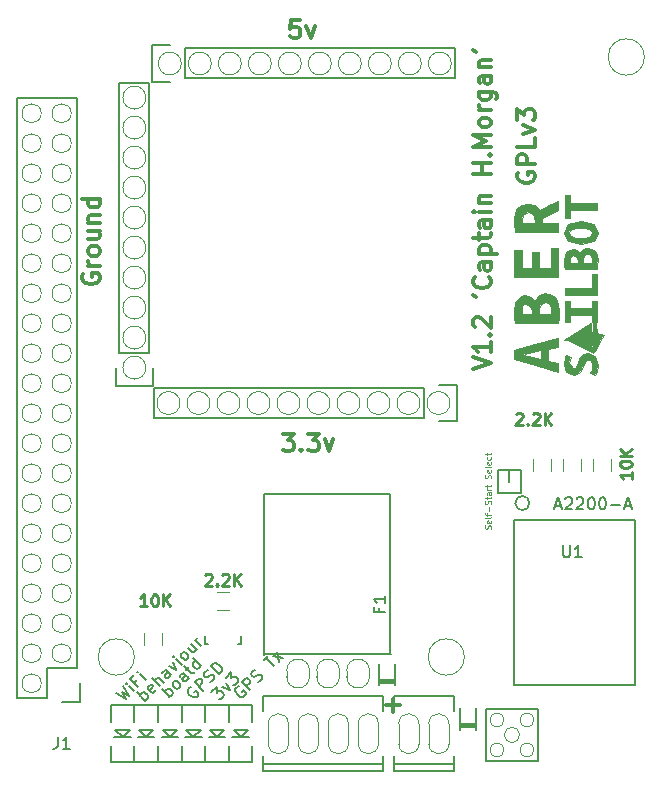
<source format=gbr>
G04 #@! TF.FileFunction,Legend,Top*
%FSLAX46Y46*%
G04 Gerber Fmt 4.6, Leading zero omitted, Abs format (unit mm)*
G04 Created by KiCad (PCBNEW 4.0.2-1.fc23-product) date Mon 23 May 2016 18:37:12 BST*
%MOMM*%
G01*
G04 APERTURE LIST*
%ADD10C,0.100000*%
%ADD11C,0.200000*%
%ADD12C,0.300000*%
%ADD13C,0.250000*%
%ADD14C,0.150000*%
%ADD15C,0.198120*%
%ADD16C,0.203200*%
%ADD17C,0.400000*%
%ADD18C,0.002540*%
%ADD19C,0.125000*%
G04 APERTURE END LIST*
D10*
D11*
X83787817Y-129505076D02*
X83686802Y-129538747D01*
X83585787Y-129639763D01*
X83518443Y-129774450D01*
X83518443Y-129909137D01*
X83552115Y-130010152D01*
X83653130Y-130178511D01*
X83754146Y-130279527D01*
X83922504Y-130380542D01*
X84023519Y-130414214D01*
X84158206Y-130414214D01*
X84292894Y-130346869D01*
X84360237Y-130279526D01*
X84427581Y-130144839D01*
X84427581Y-130077496D01*
X84191879Y-129841794D01*
X84057192Y-129976481D01*
X84797970Y-129841794D02*
X84090863Y-129134687D01*
X84360237Y-128865312D01*
X84461253Y-128831641D01*
X84528596Y-128831641D01*
X84629611Y-128865312D01*
X84730626Y-128966328D01*
X84764298Y-129067343D01*
X84764298Y-129134686D01*
X84730626Y-129235701D01*
X84461252Y-129505076D01*
X85437733Y-129134687D02*
X85572420Y-129067343D01*
X85740779Y-128898984D01*
X85774451Y-128797969D01*
X85774451Y-128730626D01*
X85740779Y-128629610D01*
X85673436Y-128562267D01*
X85572421Y-128528595D01*
X85505077Y-128528595D01*
X85404061Y-128562266D01*
X85235702Y-128663282D01*
X85134687Y-128696954D01*
X85067343Y-128696954D01*
X84966328Y-128663282D01*
X84898985Y-128595939D01*
X84865313Y-128494924D01*
X84865313Y-128427580D01*
X84898985Y-128326565D01*
X85067344Y-128158206D01*
X85202031Y-128090862D01*
X86178512Y-128461252D02*
X85471405Y-127754145D01*
X85639763Y-127585786D01*
X85774451Y-127518442D01*
X85909138Y-127518442D01*
X86010153Y-127552114D01*
X86178512Y-127653129D01*
X86279527Y-127754145D01*
X86380543Y-127922504D01*
X86414214Y-128023519D01*
X86414214Y-128158206D01*
X86346870Y-128292893D01*
X86178512Y-128461252D01*
X79929187Y-130710576D02*
X79222080Y-130003470D01*
X79491454Y-130272843D02*
X79525126Y-130171828D01*
X79659813Y-130037141D01*
X79760828Y-130003469D01*
X79828172Y-130003469D01*
X79929187Y-130037141D01*
X80131218Y-130239172D01*
X80164890Y-130340187D01*
X80164890Y-130407530D01*
X80131218Y-130508545D01*
X79996530Y-130643233D01*
X79895515Y-130676905D01*
X80804653Y-129767767D02*
X80770981Y-129868782D01*
X80636294Y-130003470D01*
X80535279Y-130037141D01*
X80434263Y-130003470D01*
X80164889Y-129734095D01*
X80131217Y-129633080D01*
X80164889Y-129532065D01*
X80299576Y-129397377D01*
X80400592Y-129363706D01*
X80501607Y-129397377D01*
X80568951Y-129464721D01*
X80299576Y-129868783D01*
X81175042Y-129464721D02*
X80467935Y-128757615D01*
X81478088Y-129161675D02*
X81107698Y-128791286D01*
X81006683Y-128757614D01*
X80905668Y-128791286D01*
X80804652Y-128892302D01*
X80770981Y-128993317D01*
X80770981Y-129060660D01*
X82117851Y-128521912D02*
X81747462Y-128151522D01*
X81646447Y-128117851D01*
X81545431Y-128151522D01*
X81410744Y-128286210D01*
X81377072Y-128387225D01*
X82084180Y-128488240D02*
X82050508Y-128589255D01*
X81882149Y-128757615D01*
X81781133Y-128791286D01*
X81680118Y-128757615D01*
X81612775Y-128690271D01*
X81579103Y-128589256D01*
X81612775Y-128488241D01*
X81781134Y-128319882D01*
X81814806Y-128218867D01*
X81915820Y-127781133D02*
X82555584Y-128084180D01*
X82252538Y-127444416D01*
X82993317Y-127646447D02*
X82521912Y-127175042D01*
X82286210Y-126939340D02*
X82286210Y-127006683D01*
X82353553Y-127006683D01*
X82353553Y-126939340D01*
X82286210Y-126939340D01*
X82353553Y-127006683D01*
X83431049Y-127208714D02*
X83330034Y-127242386D01*
X83262690Y-127242386D01*
X83161675Y-127208714D01*
X82959644Y-127006683D01*
X82925973Y-126905668D01*
X82925973Y-126838325D01*
X82959644Y-126737310D01*
X83060660Y-126636294D01*
X83161675Y-126602622D01*
X83229019Y-126602622D01*
X83330034Y-126636294D01*
X83532065Y-126838325D01*
X83565737Y-126939340D01*
X83565737Y-127006683D01*
X83532065Y-127107698D01*
X83431049Y-127208714D01*
X83801439Y-125895515D02*
X84272843Y-126366920D01*
X83498393Y-126198561D02*
X83868782Y-126568951D01*
X83969797Y-126602623D01*
X84070812Y-126568951D01*
X84171828Y-126467935D01*
X84205500Y-126366920D01*
X84205500Y-126299576D01*
X84609561Y-126030203D02*
X84138156Y-125558798D01*
X84272843Y-125693485D02*
X84239171Y-125592470D01*
X84239171Y-125525126D01*
X84272843Y-125424111D01*
X84340187Y-125356767D01*
X82006683Y-130383080D02*
X81299576Y-129675973D01*
X81568950Y-129945347D02*
X81602622Y-129844332D01*
X81737310Y-129709644D01*
X81838325Y-129675973D01*
X81905668Y-129675973D01*
X82006683Y-129709644D01*
X82208714Y-129911675D01*
X82242386Y-130012690D01*
X82242386Y-130080034D01*
X82208714Y-130181049D01*
X82074027Y-130315737D01*
X81973012Y-130349408D01*
X82747462Y-129642302D02*
X82646447Y-129675973D01*
X82579103Y-129675973D01*
X82478088Y-129642302D01*
X82276057Y-129440271D01*
X82242385Y-129339255D01*
X82242385Y-129271912D01*
X82276057Y-129170897D01*
X82377073Y-129069881D01*
X82478088Y-129036209D01*
X82545431Y-129036209D01*
X82646447Y-129069881D01*
X82848478Y-129271912D01*
X82882149Y-129372927D01*
X82882149Y-129440271D01*
X82848478Y-129541286D01*
X82747462Y-129642302D01*
X83589256Y-128800507D02*
X83218867Y-128430118D01*
X83117851Y-128396446D01*
X83016836Y-128430118D01*
X82882149Y-128564805D01*
X82848477Y-128665820D01*
X83555584Y-128766836D02*
X83521913Y-128867851D01*
X83353553Y-129036210D01*
X83252538Y-129069882D01*
X83151523Y-129036210D01*
X83084180Y-128968867D01*
X83050508Y-128867851D01*
X83084180Y-128766836D01*
X83252539Y-128598477D01*
X83286211Y-128497462D01*
X83353553Y-128093400D02*
X83622927Y-127824027D01*
X83218867Y-127756683D02*
X83824958Y-128362775D01*
X83925973Y-128396447D01*
X84026988Y-128362775D01*
X84094332Y-128295431D01*
X84633081Y-127756683D02*
X83925974Y-127049576D01*
X84599409Y-127723011D02*
X84565737Y-127824026D01*
X84431050Y-127958714D01*
X84330035Y-127992385D01*
X84262691Y-127992385D01*
X84161676Y-127958714D01*
X83959645Y-127756683D01*
X83925973Y-127655667D01*
X83925973Y-127588324D01*
X83959645Y-127487309D01*
X84094333Y-127352621D01*
X84195348Y-127318950D01*
X77419966Y-130055584D02*
X78295431Y-130594332D01*
X77925043Y-129954568D01*
X78564806Y-130324957D01*
X78026058Y-129449492D01*
X79002538Y-129887225D02*
X78531133Y-129415820D01*
X78295431Y-129180118D02*
X78295431Y-129247462D01*
X78362775Y-129247462D01*
X78362775Y-129180118D01*
X78295431Y-129180118D01*
X78362775Y-129247462D01*
X79204569Y-128944416D02*
X78968866Y-129180118D01*
X79339255Y-129550508D02*
X78632149Y-128843401D01*
X78968867Y-128506683D01*
X79945347Y-128944416D02*
X79473942Y-128473012D01*
X79238240Y-128237310D02*
X79238240Y-128304653D01*
X79305584Y-128304653D01*
X79305584Y-128237310D01*
X79238240Y-128237310D01*
X79305584Y-128304653D01*
X85520981Y-129954569D02*
X85958714Y-129516836D01*
X85992385Y-130021912D01*
X86093401Y-129920896D01*
X86194416Y-129887224D01*
X86261760Y-129887224D01*
X86362776Y-129920897D01*
X86531134Y-130089255D01*
X86564806Y-130190271D01*
X86564806Y-130257614D01*
X86531134Y-130358629D01*
X86329103Y-130560660D01*
X86228088Y-130594332D01*
X86160745Y-130594332D01*
X86430118Y-129516836D02*
X87069882Y-129819882D01*
X86766836Y-129180118D01*
X86733164Y-128742385D02*
X87170898Y-128304652D01*
X87204569Y-128809729D01*
X87305584Y-128708713D01*
X87406600Y-128675041D01*
X87473943Y-128675041D01*
X87574959Y-128708714D01*
X87743317Y-128877072D01*
X87776989Y-128978087D01*
X87776989Y-129045431D01*
X87743317Y-129146446D01*
X87541286Y-129348477D01*
X87440271Y-129382149D01*
X87372928Y-129382149D01*
X87816413Y-129476481D02*
X87715398Y-129510152D01*
X87614382Y-129611167D01*
X87547038Y-129745855D01*
X87547038Y-129880542D01*
X87580710Y-129981557D01*
X87681725Y-130149916D01*
X87782741Y-130250931D01*
X87951100Y-130351947D01*
X88052115Y-130385618D01*
X88186802Y-130385618D01*
X88321489Y-130318274D01*
X88388833Y-130250931D01*
X88456176Y-130116244D01*
X88456176Y-130048900D01*
X88220474Y-129813198D01*
X88085787Y-129947885D01*
X88826565Y-129813198D02*
X88119458Y-129106092D01*
X88388833Y-128836717D01*
X88489848Y-128803045D01*
X88557191Y-128803045D01*
X88658206Y-128836717D01*
X88759222Y-128937732D01*
X88792893Y-129038747D01*
X88792893Y-129106091D01*
X88759222Y-129207106D01*
X88489847Y-129476481D01*
X89466328Y-129106092D02*
X89601015Y-129038748D01*
X89769374Y-128870389D01*
X89803046Y-128769374D01*
X89803046Y-128702030D01*
X89769374Y-128601015D01*
X89702031Y-128533672D01*
X89601016Y-128500000D01*
X89533672Y-128500000D01*
X89432657Y-128533671D01*
X89264297Y-128634687D01*
X89163282Y-128668359D01*
X89095939Y-128668359D01*
X88994924Y-128634687D01*
X88927580Y-128567343D01*
X88893908Y-128466328D01*
X88893908Y-128398985D01*
X88927580Y-128297970D01*
X89095939Y-128129610D01*
X89230626Y-128062267D01*
X89937733Y-127287817D02*
X90341794Y-126883755D01*
X90846870Y-127792893D02*
X90139763Y-127085786D01*
X91217260Y-127422504D02*
X91116245Y-126580709D01*
X90745855Y-126951099D02*
X91587649Y-127052114D01*
D12*
X107678571Y-102642858D02*
X109178571Y-102142858D01*
X107678571Y-101642858D01*
X109178571Y-100357144D02*
X109178571Y-101214287D01*
X109178571Y-100785715D02*
X107678571Y-100785715D01*
X107892857Y-100928572D01*
X108035714Y-101071430D01*
X108107143Y-101214287D01*
X109035714Y-99714287D02*
X109107143Y-99642859D01*
X109178571Y-99714287D01*
X109107143Y-99785716D01*
X109035714Y-99714287D01*
X109178571Y-99714287D01*
X107821429Y-99071430D02*
X107750000Y-99000001D01*
X107678571Y-98857144D01*
X107678571Y-98500001D01*
X107750000Y-98357144D01*
X107821429Y-98285715D01*
X107964286Y-98214287D01*
X108107143Y-98214287D01*
X108321429Y-98285715D01*
X109178571Y-99142858D01*
X109178571Y-98214287D01*
X107678571Y-96357145D02*
X107964286Y-96500002D01*
X109035714Y-94857144D02*
X109107143Y-94928573D01*
X109178571Y-95142859D01*
X109178571Y-95285716D01*
X109107143Y-95500001D01*
X108964286Y-95642859D01*
X108821429Y-95714287D01*
X108535714Y-95785716D01*
X108321429Y-95785716D01*
X108035714Y-95714287D01*
X107892857Y-95642859D01*
X107750000Y-95500001D01*
X107678571Y-95285716D01*
X107678571Y-95142859D01*
X107750000Y-94928573D01*
X107821429Y-94857144D01*
X109178571Y-93571430D02*
X108392857Y-93571430D01*
X108250000Y-93642859D01*
X108178571Y-93785716D01*
X108178571Y-94071430D01*
X108250000Y-94214287D01*
X109107143Y-93571430D02*
X109178571Y-93714287D01*
X109178571Y-94071430D01*
X109107143Y-94214287D01*
X108964286Y-94285716D01*
X108821429Y-94285716D01*
X108678571Y-94214287D01*
X108607143Y-94071430D01*
X108607143Y-93714287D01*
X108535714Y-93571430D01*
X108178571Y-92857144D02*
X109678571Y-92857144D01*
X108250000Y-92857144D02*
X108178571Y-92714287D01*
X108178571Y-92428573D01*
X108250000Y-92285716D01*
X108321429Y-92214287D01*
X108464286Y-92142858D01*
X108892857Y-92142858D01*
X109035714Y-92214287D01*
X109107143Y-92285716D01*
X109178571Y-92428573D01*
X109178571Y-92714287D01*
X109107143Y-92857144D01*
X108178571Y-91714287D02*
X108178571Y-91142858D01*
X107678571Y-91500001D02*
X108964286Y-91500001D01*
X109107143Y-91428573D01*
X109178571Y-91285715D01*
X109178571Y-91142858D01*
X109178571Y-90000001D02*
X108392857Y-90000001D01*
X108250000Y-90071430D01*
X108178571Y-90214287D01*
X108178571Y-90500001D01*
X108250000Y-90642858D01*
X109107143Y-90000001D02*
X109178571Y-90142858D01*
X109178571Y-90500001D01*
X109107143Y-90642858D01*
X108964286Y-90714287D01*
X108821429Y-90714287D01*
X108678571Y-90642858D01*
X108607143Y-90500001D01*
X108607143Y-90142858D01*
X108535714Y-90000001D01*
X109178571Y-89285715D02*
X108178571Y-89285715D01*
X107678571Y-89285715D02*
X107750000Y-89357144D01*
X107821429Y-89285715D01*
X107750000Y-89214287D01*
X107678571Y-89285715D01*
X107821429Y-89285715D01*
X108178571Y-88571429D02*
X109178571Y-88571429D01*
X108321429Y-88571429D02*
X108250000Y-88500001D01*
X108178571Y-88357143D01*
X108178571Y-88142858D01*
X108250000Y-88000001D01*
X108392857Y-87928572D01*
X109178571Y-87928572D01*
X109178571Y-86071429D02*
X107678571Y-86071429D01*
X108392857Y-86071429D02*
X108392857Y-85214286D01*
X109178571Y-85214286D02*
X107678571Y-85214286D01*
X109035714Y-84500000D02*
X109107143Y-84428572D01*
X109178571Y-84500000D01*
X109107143Y-84571429D01*
X109035714Y-84500000D01*
X109178571Y-84500000D01*
X109178571Y-83785714D02*
X107678571Y-83785714D01*
X108750000Y-83285714D01*
X107678571Y-82785714D01*
X109178571Y-82785714D01*
X109178571Y-81857142D02*
X109107143Y-82000000D01*
X109035714Y-82071428D01*
X108892857Y-82142857D01*
X108464286Y-82142857D01*
X108321429Y-82071428D01*
X108250000Y-82000000D01*
X108178571Y-81857142D01*
X108178571Y-81642857D01*
X108250000Y-81500000D01*
X108321429Y-81428571D01*
X108464286Y-81357142D01*
X108892857Y-81357142D01*
X109035714Y-81428571D01*
X109107143Y-81500000D01*
X109178571Y-81642857D01*
X109178571Y-81857142D01*
X109178571Y-80714285D02*
X108178571Y-80714285D01*
X108464286Y-80714285D02*
X108321429Y-80642857D01*
X108250000Y-80571428D01*
X108178571Y-80428571D01*
X108178571Y-80285714D01*
X108178571Y-79142857D02*
X109392857Y-79142857D01*
X109535714Y-79214286D01*
X109607143Y-79285714D01*
X109678571Y-79428571D01*
X109678571Y-79642857D01*
X109607143Y-79785714D01*
X109107143Y-79142857D02*
X109178571Y-79285714D01*
X109178571Y-79571428D01*
X109107143Y-79714286D01*
X109035714Y-79785714D01*
X108892857Y-79857143D01*
X108464286Y-79857143D01*
X108321429Y-79785714D01*
X108250000Y-79714286D01*
X108178571Y-79571428D01*
X108178571Y-79285714D01*
X108250000Y-79142857D01*
X109178571Y-77785714D02*
X108392857Y-77785714D01*
X108250000Y-77857143D01*
X108178571Y-78000000D01*
X108178571Y-78285714D01*
X108250000Y-78428571D01*
X109107143Y-77785714D02*
X109178571Y-77928571D01*
X109178571Y-78285714D01*
X109107143Y-78428571D01*
X108964286Y-78500000D01*
X108821429Y-78500000D01*
X108678571Y-78428571D01*
X108607143Y-78285714D01*
X108607143Y-77928571D01*
X108535714Y-77785714D01*
X108178571Y-77071428D02*
X109178571Y-77071428D01*
X108321429Y-77071428D02*
X108250000Y-77000000D01*
X108178571Y-76857142D01*
X108178571Y-76642857D01*
X108250000Y-76500000D01*
X108392857Y-76428571D01*
X109178571Y-76428571D01*
X107678571Y-75642857D02*
X107964286Y-75785714D01*
D13*
X85000000Y-120047619D02*
X85047619Y-120000000D01*
X85142857Y-119952381D01*
X85380953Y-119952381D01*
X85476191Y-120000000D01*
X85523810Y-120047619D01*
X85571429Y-120142857D01*
X85571429Y-120238095D01*
X85523810Y-120380952D01*
X84952381Y-120952381D01*
X85571429Y-120952381D01*
X86000000Y-120857143D02*
X86047619Y-120904762D01*
X86000000Y-120952381D01*
X85952381Y-120904762D01*
X86000000Y-120857143D01*
X86000000Y-120952381D01*
X86428571Y-120047619D02*
X86476190Y-120000000D01*
X86571428Y-119952381D01*
X86809524Y-119952381D01*
X86904762Y-120000000D01*
X86952381Y-120047619D01*
X87000000Y-120142857D01*
X87000000Y-120238095D01*
X86952381Y-120380952D01*
X86380952Y-120952381D01*
X87000000Y-120952381D01*
X87428571Y-120952381D02*
X87428571Y-119952381D01*
X88000000Y-120952381D02*
X87571428Y-120380952D01*
X88000000Y-119952381D02*
X87428571Y-120523810D01*
X80059524Y-122702381D02*
X79488095Y-122702381D01*
X79773809Y-122702381D02*
X79773809Y-121702381D01*
X79678571Y-121845238D01*
X79583333Y-121940476D01*
X79488095Y-121988095D01*
X80678571Y-121702381D02*
X80773810Y-121702381D01*
X80869048Y-121750000D01*
X80916667Y-121797619D01*
X80964286Y-121892857D01*
X81011905Y-122083333D01*
X81011905Y-122321429D01*
X80964286Y-122511905D01*
X80916667Y-122607143D01*
X80869048Y-122654762D01*
X80773810Y-122702381D01*
X80678571Y-122702381D01*
X80583333Y-122654762D01*
X80535714Y-122607143D01*
X80488095Y-122511905D01*
X80440476Y-122321429D01*
X80440476Y-122083333D01*
X80488095Y-121892857D01*
X80535714Y-121797619D01*
X80583333Y-121750000D01*
X80678571Y-121702381D01*
X81440476Y-122702381D02*
X81440476Y-121702381D01*
X82011905Y-122702381D02*
X81583333Y-122130952D01*
X82011905Y-121702381D02*
X81440476Y-122273810D01*
D12*
X100328572Y-131107143D02*
X101471429Y-131107143D01*
X100900000Y-131678571D02*
X100900000Y-130535714D01*
X111500000Y-86000000D02*
X111428571Y-86142857D01*
X111428571Y-86357143D01*
X111500000Y-86571428D01*
X111642857Y-86714286D01*
X111785714Y-86785714D01*
X112071429Y-86857143D01*
X112285714Y-86857143D01*
X112571429Y-86785714D01*
X112714286Y-86714286D01*
X112857143Y-86571428D01*
X112928571Y-86357143D01*
X112928571Y-86214286D01*
X112857143Y-86000000D01*
X112785714Y-85928571D01*
X112285714Y-85928571D01*
X112285714Y-86214286D01*
X112928571Y-85285714D02*
X111428571Y-85285714D01*
X111428571Y-84714286D01*
X111500000Y-84571428D01*
X111571429Y-84500000D01*
X111714286Y-84428571D01*
X111928571Y-84428571D01*
X112071429Y-84500000D01*
X112142857Y-84571428D01*
X112214286Y-84714286D01*
X112214286Y-85285714D01*
X112928571Y-83071428D02*
X112928571Y-83785714D01*
X111428571Y-83785714D01*
X111928571Y-82714285D02*
X112928571Y-82357142D01*
X111928571Y-82000000D01*
X111428571Y-81571428D02*
X111428571Y-80642857D01*
X112000000Y-81142857D01*
X112000000Y-80928571D01*
X112071429Y-80785714D01*
X112142857Y-80714285D01*
X112285714Y-80642857D01*
X112642857Y-80642857D01*
X112785714Y-80714285D01*
X112857143Y-80785714D01*
X112928571Y-80928571D01*
X112928571Y-81357143D01*
X112857143Y-81500000D01*
X112785714Y-81571428D01*
X91557144Y-108078571D02*
X92485715Y-108078571D01*
X91985715Y-108650000D01*
X92200001Y-108650000D01*
X92342858Y-108721429D01*
X92414287Y-108792857D01*
X92485715Y-108935714D01*
X92485715Y-109292857D01*
X92414287Y-109435714D01*
X92342858Y-109507143D01*
X92200001Y-109578571D01*
X91771429Y-109578571D01*
X91628572Y-109507143D01*
X91557144Y-109435714D01*
X93128572Y-109435714D02*
X93200000Y-109507143D01*
X93128572Y-109578571D01*
X93057143Y-109507143D01*
X93128572Y-109435714D01*
X93128572Y-109578571D01*
X93700001Y-108078571D02*
X94628572Y-108078571D01*
X94128572Y-108650000D01*
X94342858Y-108650000D01*
X94485715Y-108721429D01*
X94557144Y-108792857D01*
X94628572Y-108935714D01*
X94628572Y-109292857D01*
X94557144Y-109435714D01*
X94485715Y-109507143D01*
X94342858Y-109578571D01*
X93914286Y-109578571D01*
X93771429Y-109507143D01*
X93700001Y-109435714D01*
X95128572Y-108578571D02*
X95485715Y-109578571D01*
X95842857Y-108578571D01*
X92985715Y-73078571D02*
X92271429Y-73078571D01*
X92200000Y-73792857D01*
X92271429Y-73721429D01*
X92414286Y-73650000D01*
X92771429Y-73650000D01*
X92914286Y-73721429D01*
X92985715Y-73792857D01*
X93057143Y-73935714D01*
X93057143Y-74292857D01*
X92985715Y-74435714D01*
X92914286Y-74507143D01*
X92771429Y-74578571D01*
X92414286Y-74578571D01*
X92271429Y-74507143D01*
X92200000Y-74435714D01*
X93557143Y-73578571D02*
X93914286Y-74578571D01*
X94271428Y-73578571D01*
X74650000Y-94585714D02*
X74578571Y-94728571D01*
X74578571Y-94942857D01*
X74650000Y-95157142D01*
X74792857Y-95300000D01*
X74935714Y-95371428D01*
X75221429Y-95442857D01*
X75435714Y-95442857D01*
X75721429Y-95371428D01*
X75864286Y-95300000D01*
X76007143Y-95157142D01*
X76078571Y-94942857D01*
X76078571Y-94800000D01*
X76007143Y-94585714D01*
X75935714Y-94514285D01*
X75435714Y-94514285D01*
X75435714Y-94800000D01*
X76078571Y-93871428D02*
X75078571Y-93871428D01*
X75364286Y-93871428D02*
X75221429Y-93800000D01*
X75150000Y-93728571D01*
X75078571Y-93585714D01*
X75078571Y-93442857D01*
X76078571Y-92728571D02*
X76007143Y-92871429D01*
X75935714Y-92942857D01*
X75792857Y-93014286D01*
X75364286Y-93014286D01*
X75221429Y-92942857D01*
X75150000Y-92871429D01*
X75078571Y-92728571D01*
X75078571Y-92514286D01*
X75150000Y-92371429D01*
X75221429Y-92300000D01*
X75364286Y-92228571D01*
X75792857Y-92228571D01*
X75935714Y-92300000D01*
X76007143Y-92371429D01*
X76078571Y-92514286D01*
X76078571Y-92728571D01*
X75078571Y-90942857D02*
X76078571Y-90942857D01*
X75078571Y-91585714D02*
X75864286Y-91585714D01*
X76007143Y-91514286D01*
X76078571Y-91371428D01*
X76078571Y-91157143D01*
X76007143Y-91014286D01*
X75935714Y-90942857D01*
X75078571Y-90228571D02*
X76078571Y-90228571D01*
X75221429Y-90228571D02*
X75150000Y-90157143D01*
X75078571Y-90014285D01*
X75078571Y-89800000D01*
X75150000Y-89657143D01*
X75292857Y-89585714D01*
X76078571Y-89585714D01*
X76078571Y-88228571D02*
X74578571Y-88228571D01*
X76007143Y-88228571D02*
X76078571Y-88371428D01*
X76078571Y-88657142D01*
X76007143Y-88800000D01*
X75935714Y-88871428D01*
X75792857Y-88942857D01*
X75364286Y-88942857D01*
X75221429Y-88871428D01*
X75150000Y-88800000D01*
X75078571Y-88657142D01*
X75078571Y-88371428D01*
X75150000Y-88228571D01*
D13*
X121102381Y-111340476D02*
X121102381Y-111911905D01*
X121102381Y-111626191D02*
X120102381Y-111626191D01*
X120245238Y-111721429D01*
X120340476Y-111816667D01*
X120388095Y-111911905D01*
X120102381Y-110721429D02*
X120102381Y-110626190D01*
X120150000Y-110530952D01*
X120197619Y-110483333D01*
X120292857Y-110435714D01*
X120483333Y-110388095D01*
X120721429Y-110388095D01*
X120911905Y-110435714D01*
X121007143Y-110483333D01*
X121054762Y-110530952D01*
X121102381Y-110626190D01*
X121102381Y-110721429D01*
X121054762Y-110816667D01*
X121007143Y-110864286D01*
X120911905Y-110911905D01*
X120721429Y-110959524D01*
X120483333Y-110959524D01*
X120292857Y-110911905D01*
X120197619Y-110864286D01*
X120150000Y-110816667D01*
X120102381Y-110721429D01*
X121102381Y-109959524D02*
X120102381Y-109959524D01*
X121102381Y-109388095D02*
X120530952Y-109816667D01*
X120102381Y-109388095D02*
X120673810Y-109959524D01*
X111300000Y-106447619D02*
X111347619Y-106400000D01*
X111442857Y-106352381D01*
X111680953Y-106352381D01*
X111776191Y-106400000D01*
X111823810Y-106447619D01*
X111871429Y-106542857D01*
X111871429Y-106638095D01*
X111823810Y-106780952D01*
X111252381Y-107352381D01*
X111871429Y-107352381D01*
X112300000Y-107257143D02*
X112347619Y-107304762D01*
X112300000Y-107352381D01*
X112252381Y-107304762D01*
X112300000Y-107257143D01*
X112300000Y-107352381D01*
X112728571Y-106447619D02*
X112776190Y-106400000D01*
X112871428Y-106352381D01*
X113109524Y-106352381D01*
X113204762Y-106400000D01*
X113252381Y-106447619D01*
X113300000Y-106542857D01*
X113300000Y-106638095D01*
X113252381Y-106780952D01*
X112680952Y-107352381D01*
X113300000Y-107352381D01*
X113728571Y-107352381D02*
X113728571Y-106352381D01*
X114300000Y-107352381D02*
X113871428Y-106780952D01*
X114300000Y-106352381D02*
X113728571Y-106923810D01*
D14*
X83270000Y-75480000D02*
X106130000Y-75480000D01*
X106130000Y-75480000D02*
X106130000Y-78020000D01*
X106130000Y-78020000D02*
X83270000Y-78020000D01*
X80450000Y-75200000D02*
X82000000Y-75200000D01*
X83270000Y-75480000D02*
X83270000Y-78020000D01*
X82000000Y-78300000D02*
X80450000Y-78300000D01*
X80450000Y-78300000D02*
X80450000Y-75200000D01*
X77730000Y-101230000D02*
X77730000Y-78370000D01*
X77730000Y-78370000D02*
X80270000Y-78370000D01*
X80270000Y-78370000D02*
X80270000Y-101230000D01*
X77450000Y-104050000D02*
X77450000Y-102500000D01*
X77730000Y-101230000D02*
X80270000Y-101230000D01*
X80550000Y-102500000D02*
X80550000Y-104050000D01*
X80550000Y-104050000D02*
X77450000Y-104050000D01*
X69030000Y-79700000D02*
X69030000Y-130500000D01*
X74110000Y-127960000D02*
X74110000Y-79700000D01*
X69030000Y-79700000D02*
X74110000Y-79700000D01*
X69030000Y-130500000D02*
X71570000Y-130500000D01*
X72840000Y-130780000D02*
X74390000Y-130780000D01*
X71570000Y-130500000D02*
X71570000Y-127960000D01*
X71570000Y-127960000D02*
X74110000Y-127960000D01*
X74390000Y-130780000D02*
X74390000Y-129230000D01*
X106040000Y-136040000D02*
X100960000Y-136040000D01*
X100960000Y-130325000D02*
X100960000Y-131595000D01*
X100960000Y-136040000D02*
X100960000Y-135405000D01*
X106040000Y-130960000D02*
X106040000Y-131595000D01*
X106040000Y-136040000D02*
X106040000Y-135405000D01*
X106040000Y-136040000D02*
X106040000Y-136675000D01*
X106040000Y-136675000D02*
X100960000Y-136675000D01*
X100960000Y-136675000D02*
X100960000Y-136040000D01*
X100960000Y-130325000D02*
X106040000Y-130325000D01*
X106040000Y-130325000D02*
X106040000Y-130960000D01*
X112450000Y-113970000D02*
G75*
G03X112450000Y-113970000I-600000J0D01*
G01*
X121350000Y-115370000D02*
X121350000Y-129370000D01*
X111150000Y-115370000D02*
X121350000Y-115370000D01*
X111150000Y-115370000D02*
X111150000Y-129370000D01*
X111150000Y-129370000D02*
X121350000Y-129370000D01*
D15*
X108775440Y-131405440D02*
X113164560Y-131405440D01*
X113164560Y-131405440D02*
X113164560Y-135794560D01*
X108775440Y-135794560D02*
X113164560Y-135794560D01*
X108775440Y-131405440D02*
X108775440Y-135794560D01*
D16*
X99752300Y-129399160D02*
X99752300Y-128997840D01*
X99752300Y-128997840D02*
X99752300Y-127600840D01*
X101047700Y-129399160D02*
X101047700Y-128997840D01*
X101047700Y-128997840D02*
X101047700Y-127600840D01*
D17*
X99900000Y-129000000D02*
X100900000Y-129000000D01*
D16*
X106602300Y-133149160D02*
X106602300Y-132747840D01*
X106602300Y-132747840D02*
X106602300Y-131350840D01*
X107897700Y-133149160D02*
X107897700Y-132747840D01*
X107897700Y-132747840D02*
X107897700Y-131350840D01*
D17*
X106750000Y-132750000D02*
X107750000Y-132750000D01*
D14*
X89920000Y-136040000D02*
X100080000Y-136040000D01*
X89920000Y-131595000D02*
X89920000Y-130325000D01*
X100080000Y-135405000D02*
X100080000Y-136675000D01*
X100080000Y-136675000D02*
X89920000Y-136675000D01*
X89920000Y-136675000D02*
X89920000Y-135405000D01*
X89920000Y-130325000D02*
X100080000Y-130325000D01*
X100080000Y-130325000D02*
X100080000Y-131595000D01*
X109750000Y-111150000D02*
X109750000Y-112150000D01*
X109750000Y-111150000D02*
X110750000Y-111150000D01*
X110750000Y-111150000D02*
X109750000Y-111150000D01*
X111750000Y-112150000D02*
X111750000Y-113150000D01*
X111750000Y-113150000D02*
X109750000Y-113150000D01*
X109750000Y-113150000D02*
X109750000Y-112150000D01*
X110750000Y-112150000D02*
X110750000Y-111150000D01*
X110750000Y-111150000D02*
X111750000Y-111150000D01*
X111750000Y-111150000D02*
X111750000Y-112150000D01*
X85200840Y-125900240D02*
X85249100Y-125900240D01*
X87999820Y-125199200D02*
X87999820Y-125900240D01*
X87999820Y-125900240D02*
X87750900Y-125900240D01*
X85200840Y-125900240D02*
X85000180Y-125900240D01*
X85000180Y-125900240D02*
X85000180Y-125199200D01*
X103480000Y-106770000D02*
X80620000Y-106770000D01*
X80620000Y-106770000D02*
X80620000Y-104230000D01*
X80620000Y-104230000D02*
X103480000Y-104230000D01*
X106300000Y-107050000D02*
X104750000Y-107050000D01*
X103480000Y-106770000D02*
X103480000Y-104230000D01*
X104750000Y-103950000D02*
X106300000Y-103950000D01*
X106300000Y-103950000D02*
X106300000Y-107050000D01*
D16*
X86998220Y-132501780D02*
X86998220Y-131102240D01*
X86998220Y-131102240D02*
X85001780Y-131102240D01*
X85001780Y-131102240D02*
X85001780Y-132501780D01*
X86998220Y-134498220D02*
X86998220Y-135897760D01*
X86998220Y-135897760D02*
X85001780Y-135897760D01*
X85001780Y-135897760D02*
X85001780Y-134498220D01*
X86698500Y-133799720D02*
X86000000Y-133799720D01*
X86000000Y-133799720D02*
X85301500Y-133799720D01*
X86000000Y-133799720D02*
X86599440Y-133200280D01*
X86599440Y-133200280D02*
X85400560Y-133200280D01*
X85400560Y-133200280D02*
X86000000Y-133799720D01*
X88998220Y-132501780D02*
X88998220Y-131102240D01*
X88998220Y-131102240D02*
X87001780Y-131102240D01*
X87001780Y-131102240D02*
X87001780Y-132501780D01*
X88998220Y-134498220D02*
X88998220Y-135897760D01*
X88998220Y-135897760D02*
X87001780Y-135897760D01*
X87001780Y-135897760D02*
X87001780Y-134498220D01*
X88698500Y-133799720D02*
X88000000Y-133799720D01*
X88000000Y-133799720D02*
X87301500Y-133799720D01*
X88000000Y-133799720D02*
X88599440Y-133200280D01*
X88599440Y-133200280D02*
X87400560Y-133200280D01*
X87400560Y-133200280D02*
X88000000Y-133799720D01*
X84998220Y-132501780D02*
X84998220Y-131102240D01*
X84998220Y-131102240D02*
X83001780Y-131102240D01*
X83001780Y-131102240D02*
X83001780Y-132501780D01*
X84998220Y-134498220D02*
X84998220Y-135897760D01*
X84998220Y-135897760D02*
X83001780Y-135897760D01*
X83001780Y-135897760D02*
X83001780Y-134498220D01*
X84698500Y-133799720D02*
X84000000Y-133799720D01*
X84000000Y-133799720D02*
X83301500Y-133799720D01*
X84000000Y-133799720D02*
X84599440Y-133200280D01*
X84599440Y-133200280D02*
X83400560Y-133200280D01*
X83400560Y-133200280D02*
X84000000Y-133799720D01*
X82998220Y-132501780D02*
X82998220Y-131102240D01*
X82998220Y-131102240D02*
X81001780Y-131102240D01*
X81001780Y-131102240D02*
X81001780Y-132501780D01*
X82998220Y-134498220D02*
X82998220Y-135897760D01*
X82998220Y-135897760D02*
X81001780Y-135897760D01*
X81001780Y-135897760D02*
X81001780Y-134498220D01*
X82698500Y-133799720D02*
X82000000Y-133799720D01*
X82000000Y-133799720D02*
X81301500Y-133799720D01*
X82000000Y-133799720D02*
X82599440Y-133200280D01*
X82599440Y-133200280D02*
X81400560Y-133200280D01*
X81400560Y-133200280D02*
X82000000Y-133799720D01*
X80998220Y-132501780D02*
X80998220Y-131102240D01*
X80998220Y-131102240D02*
X79001780Y-131102240D01*
X79001780Y-131102240D02*
X79001780Y-132501780D01*
X80998220Y-134498220D02*
X80998220Y-135897760D01*
X80998220Y-135897760D02*
X79001780Y-135897760D01*
X79001780Y-135897760D02*
X79001780Y-134498220D01*
X80698500Y-133799720D02*
X80000000Y-133799720D01*
X80000000Y-133799720D02*
X79301500Y-133799720D01*
X80000000Y-133799720D02*
X80599440Y-133200280D01*
X80599440Y-133200280D02*
X79400560Y-133200280D01*
X79400560Y-133200280D02*
X80000000Y-133799720D01*
X78998220Y-132501780D02*
X78998220Y-131102240D01*
X78998220Y-131102240D02*
X77001780Y-131102240D01*
X77001780Y-131102240D02*
X77001780Y-132501780D01*
X78998220Y-134498220D02*
X78998220Y-135897760D01*
X78998220Y-135897760D02*
X77001780Y-135897760D01*
X77001780Y-135897760D02*
X77001780Y-134498220D01*
X78698500Y-133799720D02*
X78000000Y-133799720D01*
X78000000Y-133799720D02*
X77301500Y-133799720D01*
X78000000Y-133799720D02*
X78599440Y-133200280D01*
X78599440Y-133200280D02*
X77400560Y-133200280D01*
X77400560Y-133200280D02*
X78000000Y-133799720D01*
D10*
X115300000Y-111240000D02*
X115300000Y-110240000D01*
X116800000Y-111240000D02*
X116800000Y-110240000D01*
X112760000Y-111240000D02*
X112760000Y-110240000D01*
X114260000Y-111240000D02*
X114260000Y-110240000D01*
X79850000Y-126000000D02*
X79850000Y-125000000D01*
X81350000Y-126000000D02*
X81350000Y-125000000D01*
X117840000Y-111240000D02*
X117840000Y-110240000D01*
X119340000Y-111240000D02*
X119340000Y-110240000D01*
X87000000Y-123000000D02*
X86000000Y-123000000D01*
X87000000Y-121500000D02*
X86000000Y-121500000D01*
D14*
X100600000Y-126610000D02*
X100600000Y-126750000D01*
X90000000Y-126800000D02*
X90000000Y-113200000D01*
X90000000Y-113200000D02*
X100600000Y-113200000D01*
X100600000Y-113200000D02*
X100600000Y-126600000D01*
X90066000Y-126749000D02*
X100734000Y-126749000D01*
D18*
G36*
X115384666Y-100142313D02*
X117677633Y-98732784D01*
X117732228Y-100142313D01*
X115384666Y-100142313D01*
X115384666Y-100142313D01*
G37*
X115384666Y-100142313D02*
X117677633Y-98732784D01*
X117732228Y-100142313D01*
X115384666Y-100142313D01*
G36*
X115677491Y-100201871D02*
X117811638Y-100206834D01*
X117781859Y-101144867D01*
X115677491Y-100201871D01*
X115677491Y-100201871D01*
G37*
X115677491Y-100201871D02*
X117811638Y-100206834D01*
X117781859Y-101144867D01*
X115677491Y-100201871D01*
G36*
X117851343Y-101254055D02*
X117856306Y-98717894D01*
X118049869Y-98757599D01*
X118164021Y-99586442D01*
X118794338Y-99705558D01*
X118392325Y-100231650D01*
X118039942Y-101115087D01*
X117851343Y-101254055D01*
X117851343Y-101254055D01*
G37*
X117851343Y-101254055D02*
X117856306Y-98717894D01*
X118049869Y-98757599D01*
X118164021Y-99586442D01*
X118794338Y-99705558D01*
X118392325Y-100231650D01*
X118039942Y-101115087D01*
X117851343Y-101254055D01*
G36*
X117780519Y-102295538D02*
X117753791Y-102068352D01*
X117673608Y-101921349D01*
X117557788Y-101850075D01*
X117424148Y-101827802D01*
X117272691Y-101876803D01*
X117156871Y-102001532D01*
X117063323Y-102170808D01*
X116983140Y-102357903D01*
X116880684Y-102616271D01*
X116733681Y-102861276D01*
X116515404Y-103039461D01*
X116185761Y-103110735D01*
X115579931Y-102861276D01*
X115361655Y-102166353D01*
X115419565Y-101725345D01*
X115548749Y-101404612D01*
X115971939Y-101564979D01*
X115865028Y-101814438D01*
X115820482Y-102126262D01*
X116136760Y-102562816D01*
X116279309Y-102518270D01*
X116386220Y-102406904D01*
X116466403Y-102250992D01*
X116533222Y-102077261D01*
X116644588Y-101809983D01*
X116804955Y-101551614D01*
X117054414Y-101355611D01*
X117428603Y-101279882D01*
X118029978Y-101533796D01*
X118239346Y-102295538D01*
X118168072Y-102843457D01*
X118029978Y-103150827D01*
X117584515Y-102990460D01*
X117718154Y-102705364D01*
X117780519Y-102295538D01*
X117780519Y-102295538D01*
G37*
X117780519Y-102295538D02*
X117753791Y-102068352D01*
X117673608Y-101921349D01*
X117557788Y-101850075D01*
X117424148Y-101827802D01*
X117272691Y-101876803D01*
X117156871Y-102001532D01*
X117063323Y-102170808D01*
X116983140Y-102357903D01*
X116880684Y-102616271D01*
X116733681Y-102861276D01*
X116515404Y-103039461D01*
X116185761Y-103110735D01*
X115579931Y-102861276D01*
X115361655Y-102166353D01*
X115419565Y-101725345D01*
X115548749Y-101404612D01*
X115971939Y-101564979D01*
X115865028Y-101814438D01*
X115820482Y-102126262D01*
X116136760Y-102562816D01*
X116279309Y-102518270D01*
X116386220Y-102406904D01*
X116466403Y-102250992D01*
X116533222Y-102077261D01*
X116644588Y-101809983D01*
X116804955Y-101551614D01*
X117054414Y-101355611D01*
X117428603Y-101279882D01*
X118029978Y-101533796D01*
X118239346Y-102295538D01*
X118168072Y-102843457D01*
X118029978Y-103150827D01*
X117584515Y-102990460D01*
X117718154Y-102705364D01*
X117780519Y-102295538D01*
D10*
X117780519Y-102295538D02*
X117753791Y-102068352D01*
X117753791Y-102068352D02*
X117673608Y-101921349D01*
X117673608Y-101921349D02*
X117557788Y-101850075D01*
X117557788Y-101850075D02*
X117424148Y-101827802D01*
X117424148Y-101827802D02*
X117272691Y-101876803D01*
X117272691Y-101876803D02*
X117156871Y-102001532D01*
X117156871Y-102001532D02*
X117063323Y-102170808D01*
X117063323Y-102170808D02*
X116983140Y-102357903D01*
X116983140Y-102357903D02*
X116880684Y-102616271D01*
X116880684Y-102616271D02*
X116733681Y-102861276D01*
X116733681Y-102861276D02*
X116515404Y-103039461D01*
X116515404Y-103039461D02*
X116185761Y-103110735D01*
X116185761Y-103110735D02*
X115579931Y-102861276D01*
X115579931Y-102861276D02*
X115361655Y-102166353D01*
X115361655Y-102166353D02*
X115419565Y-101725345D01*
X115419565Y-101725345D02*
X115548749Y-101404612D01*
X115548749Y-101404612D02*
X115971939Y-101564979D01*
X115971939Y-101564979D02*
X115865028Y-101814438D01*
X115865028Y-101814438D02*
X115820482Y-102126262D01*
X115820482Y-102126262D02*
X116136760Y-102562816D01*
X116136760Y-102562816D02*
X116279309Y-102518270D01*
X116279309Y-102518270D02*
X116386220Y-102406904D01*
X116386220Y-102406904D02*
X116466403Y-102250992D01*
X116466403Y-102250992D02*
X116533222Y-102077261D01*
X116533222Y-102077261D02*
X116644588Y-101809983D01*
X116644588Y-101809983D02*
X116804955Y-101551614D01*
X116804955Y-101551614D02*
X117054414Y-101355611D01*
X117054414Y-101355611D02*
X117428603Y-101279882D01*
X117428603Y-101279882D02*
X118029978Y-101533796D01*
X118029978Y-101533796D02*
X118239346Y-102295538D01*
X118239346Y-102295538D02*
X118168072Y-102843457D01*
X118168072Y-102843457D02*
X118029978Y-103150827D01*
X118029978Y-103150827D02*
X117584515Y-102990460D01*
X117584515Y-102990460D02*
X117718154Y-102705364D01*
X117718154Y-102705364D02*
X117780519Y-102295538D01*
D18*
G36*
X118181436Y-98633832D02*
X117727063Y-98633832D01*
X117727063Y-98032457D01*
X115878392Y-98032457D01*
X115878392Y-98633832D01*
X115424020Y-98633832D01*
X115424020Y-96883163D01*
X115878392Y-96883163D01*
X115878392Y-97480083D01*
X117727063Y-97480083D01*
X117727063Y-96883163D01*
X118181436Y-96883163D01*
X118181436Y-98633832D01*
X118181436Y-98633832D01*
G37*
X118181436Y-98633832D02*
X117727063Y-98633832D01*
X117727063Y-98032457D01*
X115878392Y-98032457D01*
X115878392Y-98633832D01*
X115424020Y-98633832D01*
X115424020Y-96883163D01*
X115878392Y-96883163D01*
X115878392Y-97480083D01*
X117727063Y-97480083D01*
X117727063Y-96883163D01*
X118181436Y-96883163D01*
X118181436Y-98633832D01*
D10*
X118181436Y-98633832D02*
X117727063Y-98633832D01*
X117727063Y-98633832D02*
X117727063Y-98032457D01*
X117727063Y-98032457D02*
X115878392Y-98032457D01*
X115878392Y-98032457D02*
X115878392Y-98633832D01*
X115878392Y-98633832D02*
X115424020Y-98633832D01*
X115424020Y-98633832D02*
X115424020Y-96883163D01*
X115424020Y-96883163D02*
X115878392Y-96883163D01*
X115878392Y-96883163D02*
X115878392Y-97480083D01*
X115878392Y-97480083D02*
X117727063Y-97480083D01*
X117727063Y-97480083D02*
X117727063Y-96883163D01*
X117727063Y-96883163D02*
X118181436Y-96883163D01*
X118181436Y-96883163D02*
X118181436Y-98633832D01*
D18*
G36*
X118181436Y-94597938D02*
X118181436Y-96330789D01*
X115424020Y-96330789D01*
X115424020Y-95778414D01*
X117727063Y-95778414D01*
X117727063Y-94597938D01*
X118181436Y-94597938D01*
X118181436Y-94597938D01*
G37*
X118181436Y-94597938D02*
X118181436Y-96330789D01*
X115424020Y-96330789D01*
X115424020Y-95778414D01*
X117727063Y-95778414D01*
X117727063Y-94597938D01*
X118181436Y-94597938D01*
D10*
X118181436Y-94597938D02*
X118181436Y-96330789D01*
X118181436Y-96330789D02*
X115424020Y-96330789D01*
X115424020Y-96330789D02*
X115424020Y-95778414D01*
X115424020Y-95778414D02*
X117727063Y-95778414D01*
X117727063Y-95778414D02*
X117727063Y-94597938D01*
X117727063Y-94597938D02*
X118181436Y-94597938D01*
D18*
G36*
X117348420Y-92330531D02*
X117669150Y-93029908D01*
X117548875Y-92914088D01*
X117348417Y-92869542D01*
X117063320Y-92998726D01*
X116974227Y-93337277D01*
X116974227Y-93631283D01*
X116974230Y-93631283D01*
X117722609Y-93631283D01*
X117735973Y-93506553D01*
X117740424Y-93368460D01*
X117727060Y-93185820D01*
X117669150Y-93029908D01*
X117348420Y-92330531D01*
X116519855Y-93417461D01*
X116430763Y-93101182D01*
X116176849Y-92994271D01*
X116020937Y-93025454D01*
X115927390Y-93110091D01*
X115882844Y-93234821D01*
X115869480Y-93381824D01*
X115873938Y-93511008D01*
X115887302Y-93631283D01*
X116519859Y-93631283D01*
X116519859Y-93417461D01*
X116519855Y-93417461D01*
X117348420Y-92330531D01*
X117767155Y-92415169D01*
X118034432Y-92646810D01*
X118176981Y-92989816D01*
X118217072Y-93413006D01*
X118194799Y-93791649D01*
X118136889Y-94179202D01*
X115459656Y-94179202D01*
X115415110Y-93836196D01*
X115392837Y-93466462D01*
X115459656Y-92958634D01*
X115628932Y-92651265D01*
X115860573Y-92499807D01*
X116118942Y-92459715D01*
X116466403Y-92557717D01*
X116706953Y-92811631D01*
X116983140Y-92432988D01*
X117348420Y-92330531D01*
X117348420Y-92330531D01*
G37*
X117348420Y-92330531D02*
X117669150Y-93029908D01*
X117548875Y-92914088D01*
X117348417Y-92869542D01*
X117063320Y-92998726D01*
X116974227Y-93337277D01*
X116974227Y-93631283D01*
X116974230Y-93631283D01*
X117722609Y-93631283D01*
X117735973Y-93506553D01*
X117740424Y-93368460D01*
X117727060Y-93185820D01*
X117669150Y-93029908D01*
X117348420Y-92330531D01*
X116519855Y-93417461D01*
X116430763Y-93101182D01*
X116176849Y-92994271D01*
X116020937Y-93025454D01*
X115927390Y-93110091D01*
X115882844Y-93234821D01*
X115869480Y-93381824D01*
X115873938Y-93511008D01*
X115887302Y-93631283D01*
X116519859Y-93631283D01*
X116519859Y-93417461D01*
X116519855Y-93417461D01*
X117348420Y-92330531D01*
X117767155Y-92415169D01*
X118034432Y-92646810D01*
X118176981Y-92989816D01*
X118217072Y-93413006D01*
X118194799Y-93791649D01*
X118136889Y-94179202D01*
X115459656Y-94179202D01*
X115415110Y-93836196D01*
X115392837Y-93466462D01*
X115459656Y-92958634D01*
X115628932Y-92651265D01*
X115860573Y-92499807D01*
X116118942Y-92459715D01*
X116466403Y-92557717D01*
X116706953Y-92811631D01*
X116983140Y-92432988D01*
X117348420Y-92330531D01*
D10*
X117348420Y-92330531D02*
X117669150Y-93029908D01*
X117669150Y-93029908D02*
X117548875Y-92914088D01*
X117548875Y-92914088D02*
X117348417Y-92869542D01*
X117348417Y-92869542D02*
X117063320Y-92998726D01*
X117063320Y-92998726D02*
X116974227Y-93337277D01*
X116974227Y-93337277D02*
X116974227Y-93631283D01*
X116974227Y-93631283D02*
X116974230Y-93631283D01*
X116974230Y-93631283D02*
X117722609Y-93631283D01*
X117722609Y-93631283D02*
X117735973Y-93506553D01*
X117735973Y-93506553D02*
X117740424Y-93368460D01*
X117740424Y-93368460D02*
X117727060Y-93185820D01*
X117727060Y-93185820D02*
X117669150Y-93029908D01*
X117669150Y-93029908D02*
X117348420Y-92330531D01*
X117348420Y-92330531D02*
X116519855Y-93417461D01*
X116519855Y-93417461D02*
X116430763Y-93101182D01*
X116430763Y-93101182D02*
X116176849Y-92994271D01*
X116176849Y-92994271D02*
X116020937Y-93025454D01*
X116020937Y-93025454D02*
X115927390Y-93110091D01*
X115927390Y-93110091D02*
X115882844Y-93234821D01*
X115882844Y-93234821D02*
X115869480Y-93381824D01*
X115869480Y-93381824D02*
X115873938Y-93511008D01*
X115873938Y-93511008D02*
X115887302Y-93631283D01*
X115887302Y-93631283D02*
X116519859Y-93631283D01*
X116519859Y-93631283D02*
X116519859Y-93417461D01*
X116519859Y-93417461D02*
X116519855Y-93417461D01*
X116519855Y-93417461D02*
X117348420Y-92330531D01*
X117348420Y-92330531D02*
X117767155Y-92415169D01*
X117767155Y-92415169D02*
X118034432Y-92646810D01*
X118034432Y-92646810D02*
X118176981Y-92989816D01*
X118176981Y-92989816D02*
X118217072Y-93413006D01*
X118217072Y-93413006D02*
X118194799Y-93791649D01*
X118194799Y-93791649D02*
X118136889Y-94179202D01*
X118136889Y-94179202D02*
X115459656Y-94179202D01*
X115459656Y-94179202D02*
X115415110Y-93836196D01*
X115415110Y-93836196D02*
X115392837Y-93466462D01*
X115392837Y-93466462D02*
X115459656Y-92958634D01*
X115459656Y-92958634D02*
X115628932Y-92651265D01*
X115628932Y-92651265D02*
X115860573Y-92499807D01*
X115860573Y-92499807D02*
X116118942Y-92459715D01*
X116118942Y-92459715D02*
X116466403Y-92557717D01*
X116466403Y-92557717D02*
X116706953Y-92811631D01*
X116706953Y-92811631D02*
X116983140Y-92432988D01*
X116983140Y-92432988D02*
X117348420Y-92330531D01*
D18*
G36*
X116800500Y-91515334D02*
X116800500Y-92072163D01*
X115726934Y-91809339D01*
X115361655Y-91078780D01*
X115726934Y-90339311D01*
X116800500Y-90085397D01*
X117878520Y-90343766D01*
X118239346Y-91074325D01*
X117878520Y-91818248D01*
X116800500Y-92072163D01*
X116800500Y-91515334D01*
X117179144Y-91501969D01*
X117482058Y-91439604D01*
X117686971Y-91305966D01*
X117762700Y-91078780D01*
X117686971Y-90856048D01*
X117482058Y-90722409D01*
X117174689Y-90660044D01*
X116800500Y-90642226D01*
X116426311Y-90660044D01*
X116118942Y-90722409D01*
X115914029Y-90851594D01*
X115838300Y-91078780D01*
X115914029Y-91305966D01*
X116123396Y-91439604D01*
X116426311Y-91501969D01*
X116800500Y-91515334D01*
X116800500Y-91515334D01*
G37*
X116800500Y-91515334D02*
X116800500Y-92072163D01*
X115726934Y-91809339D01*
X115361655Y-91078780D01*
X115726934Y-90339311D01*
X116800500Y-90085397D01*
X117878520Y-90343766D01*
X118239346Y-91074325D01*
X117878520Y-91818248D01*
X116800500Y-92072163D01*
X116800500Y-91515334D01*
X117179144Y-91501969D01*
X117482058Y-91439604D01*
X117686971Y-91305966D01*
X117762700Y-91078780D01*
X117686971Y-90856048D01*
X117482058Y-90722409D01*
X117174689Y-90660044D01*
X116800500Y-90642226D01*
X116426311Y-90660044D01*
X116118942Y-90722409D01*
X115914029Y-90851594D01*
X115838300Y-91078780D01*
X115914029Y-91305966D01*
X116123396Y-91439604D01*
X116426311Y-91501969D01*
X116800500Y-91515334D01*
D10*
X116800500Y-91515334D02*
X116800500Y-92072163D01*
X116800500Y-92072163D02*
X115726934Y-91809339D01*
X115726934Y-91809339D02*
X115361655Y-91078780D01*
X115361655Y-91078780D02*
X115726934Y-90339311D01*
X115726934Y-90339311D02*
X116800500Y-90085397D01*
X116800500Y-90085397D02*
X117878520Y-90343766D01*
X117878520Y-90343766D02*
X118239346Y-91074325D01*
X118239346Y-91074325D02*
X117878520Y-91818248D01*
X117878520Y-91818248D02*
X116800500Y-92072163D01*
X116800500Y-92072163D02*
X116800500Y-91515334D01*
X116800500Y-91515334D02*
X117179144Y-91501969D01*
X117179144Y-91501969D02*
X117482058Y-91439604D01*
X117482058Y-91439604D02*
X117686971Y-91305966D01*
X117686971Y-91305966D02*
X117762700Y-91078780D01*
X117762700Y-91078780D02*
X117686971Y-90856048D01*
X117686971Y-90856048D02*
X117482058Y-90722409D01*
X117482058Y-90722409D02*
X117174689Y-90660044D01*
X117174689Y-90660044D02*
X116800500Y-90642226D01*
X116800500Y-90642226D02*
X116426311Y-90660044D01*
X116426311Y-90660044D02*
X116118942Y-90722409D01*
X116118942Y-90722409D02*
X115914029Y-90851594D01*
X115914029Y-90851594D02*
X115838300Y-91078780D01*
X115838300Y-91078780D02*
X115914029Y-91305966D01*
X115914029Y-91305966D02*
X116123396Y-91439604D01*
X116123396Y-91439604D02*
X116426311Y-91501969D01*
X116426311Y-91501969D02*
X116800500Y-91515334D01*
D18*
G36*
X115424020Y-87849173D02*
X115878392Y-87849173D01*
X115878392Y-88575278D01*
X118181436Y-88575278D01*
X118181436Y-89127652D01*
X115878392Y-89127652D01*
X115878392Y-89853757D01*
X115424020Y-89853757D01*
X115424020Y-87849173D01*
X115424020Y-87849173D01*
G37*
X115424020Y-87849173D02*
X115878392Y-87849173D01*
X115878392Y-88575278D01*
X118181436Y-88575278D01*
X118181436Y-89127652D01*
X115878392Y-89127652D01*
X115878392Y-89853757D01*
X115424020Y-89853757D01*
X115424020Y-87849173D01*
D10*
X115424020Y-87849173D02*
X115878392Y-87849173D01*
X115878392Y-87849173D02*
X115878392Y-88575278D01*
X115878392Y-88575278D02*
X118181436Y-88575278D01*
X118181436Y-88575278D02*
X118181436Y-89127652D01*
X118181436Y-89127652D02*
X115878392Y-89127652D01*
X115878392Y-89127652D02*
X115878392Y-89853757D01*
X115878392Y-89853757D02*
X115424020Y-89853757D01*
X115424020Y-89853757D02*
X115424020Y-87849173D01*
D18*
G36*
X114900126Y-100747453D02*
X113040668Y-101120548D01*
X112673591Y-101204795D01*
X112300496Y-101301078D01*
X111897312Y-101409396D01*
X112300496Y-101523732D01*
X112673591Y-101620014D01*
X113040668Y-101704261D01*
X113425799Y-101776474D01*
X113425799Y-101048336D01*
X113040668Y-101120548D01*
X114900126Y-100747453D01*
X114039600Y-100921965D01*
X114039600Y-101914880D01*
X114900126Y-102083374D01*
X114900126Y-102853635D01*
X112896244Y-102318063D01*
X111175192Y-101794527D01*
X111175192Y-100988159D01*
X112914297Y-100464623D01*
X114900126Y-99953122D01*
X114900126Y-100747453D01*
X114900126Y-100747453D01*
G37*
X114900126Y-100747453D02*
X113040668Y-101120548D01*
X112673591Y-101204795D01*
X112300496Y-101301078D01*
X111897312Y-101409396D01*
X112300496Y-101523732D01*
X112673591Y-101620014D01*
X113040668Y-101704261D01*
X113425799Y-101776474D01*
X113425799Y-101048336D01*
X113040668Y-101120548D01*
X114900126Y-100747453D01*
X114039600Y-100921965D01*
X114039600Y-101914880D01*
X114900126Y-102083374D01*
X114900126Y-102853635D01*
X112896244Y-102318063D01*
X111175192Y-101794527D01*
X111175192Y-100988159D01*
X112914297Y-100464623D01*
X114900126Y-99953122D01*
X114900126Y-100747453D01*
D10*
X114900126Y-100747453D02*
X113040668Y-101120548D01*
X113040668Y-101120548D02*
X112673591Y-101204795D01*
X112673591Y-101204795D02*
X112300496Y-101301078D01*
X112300496Y-101301078D02*
X111897312Y-101409396D01*
X111897312Y-101409396D02*
X112300496Y-101523732D01*
X112300496Y-101523732D02*
X112673591Y-101620014D01*
X112673591Y-101620014D02*
X113040668Y-101704261D01*
X113040668Y-101704261D02*
X113425799Y-101776474D01*
X113425799Y-101776474D02*
X113425799Y-101048336D01*
X113425799Y-101048336D02*
X113040668Y-101120548D01*
X113040668Y-101120548D02*
X114900126Y-100747453D01*
X114900126Y-100747453D02*
X114039600Y-100921965D01*
X114039600Y-100921965D02*
X114039600Y-101914880D01*
X114039600Y-101914880D02*
X114900126Y-102083374D01*
X114900126Y-102083374D02*
X114900126Y-102853635D01*
X114900126Y-102853635D02*
X112896244Y-102318063D01*
X112896244Y-102318063D02*
X111175192Y-101794527D01*
X111175192Y-101794527D02*
X111175192Y-100988159D01*
X111175192Y-100988159D02*
X112914297Y-100464623D01*
X112914297Y-100464623D02*
X114900126Y-99953122D01*
X114900126Y-99953122D02*
X114900126Y-100747453D01*
D18*
G36*
X113774823Y-96217012D02*
X114208092Y-97161785D01*
X114045615Y-97005326D01*
X113774820Y-96945150D01*
X113389690Y-97119661D01*
X113269337Y-97577004D01*
X113269337Y-97974169D01*
X113269339Y-97974169D01*
X114280307Y-97974169D01*
X114298360Y-97805675D01*
X114304375Y-97619127D01*
X114286322Y-97372404D01*
X114208092Y-97161785D01*
X113774823Y-96217012D01*
X112655535Y-97685322D01*
X112535182Y-97258067D01*
X112192175Y-97113644D01*
X111981557Y-97155767D01*
X111855186Y-97270103D01*
X111795009Y-97438598D01*
X111776956Y-97637180D01*
X111782971Y-97811693D01*
X111801024Y-97974169D01*
X112655532Y-97974169D01*
X112655532Y-97685322D01*
X112655535Y-97685322D01*
X113774823Y-96217012D01*
X114340483Y-96331348D01*
X114701543Y-96644266D01*
X114894109Y-97107626D01*
X114948268Y-97679304D01*
X114918179Y-98190806D01*
X114839949Y-98714342D01*
X111223334Y-98714342D01*
X111163157Y-98250982D01*
X111133069Y-97751516D01*
X111223334Y-97065503D01*
X111452005Y-96650284D01*
X111764923Y-96445683D01*
X112113947Y-96391524D01*
X112583326Y-96523913D01*
X112908279Y-96866919D01*
X113281374Y-96355418D01*
X113774823Y-96217012D01*
X113774823Y-96217012D01*
G37*
X113774823Y-96217012D02*
X114208092Y-97161785D01*
X114045615Y-97005326D01*
X113774820Y-96945150D01*
X113389690Y-97119661D01*
X113269337Y-97577004D01*
X113269337Y-97974169D01*
X113269339Y-97974169D01*
X114280307Y-97974169D01*
X114298360Y-97805675D01*
X114304375Y-97619127D01*
X114286322Y-97372404D01*
X114208092Y-97161785D01*
X113774823Y-96217012D01*
X112655535Y-97685322D01*
X112535182Y-97258067D01*
X112192175Y-97113644D01*
X111981557Y-97155767D01*
X111855186Y-97270103D01*
X111795009Y-97438598D01*
X111776956Y-97637180D01*
X111782971Y-97811693D01*
X111801024Y-97974169D01*
X112655532Y-97974169D01*
X112655532Y-97685322D01*
X112655535Y-97685322D01*
X113774823Y-96217012D01*
X114340483Y-96331348D01*
X114701543Y-96644266D01*
X114894109Y-97107626D01*
X114948268Y-97679304D01*
X114918179Y-98190806D01*
X114839949Y-98714342D01*
X111223334Y-98714342D01*
X111163157Y-98250982D01*
X111133069Y-97751516D01*
X111223334Y-97065503D01*
X111452005Y-96650284D01*
X111764923Y-96445683D01*
X112113947Y-96391524D01*
X112583326Y-96523913D01*
X112908279Y-96866919D01*
X113281374Y-96355418D01*
X113774823Y-96217012D01*
D10*
X113774823Y-96217012D02*
X114208092Y-97161785D01*
X114208092Y-97161785D02*
X114045615Y-97005326D01*
X114045615Y-97005326D02*
X113774820Y-96945150D01*
X113774820Y-96945150D02*
X113389690Y-97119661D01*
X113389690Y-97119661D02*
X113269337Y-97577004D01*
X113269337Y-97577004D02*
X113269337Y-97974169D01*
X113269337Y-97974169D02*
X113269339Y-97974169D01*
X113269339Y-97974169D02*
X114280307Y-97974169D01*
X114280307Y-97974169D02*
X114298360Y-97805675D01*
X114298360Y-97805675D02*
X114304375Y-97619127D01*
X114304375Y-97619127D02*
X114286322Y-97372404D01*
X114286322Y-97372404D02*
X114208092Y-97161785D01*
X114208092Y-97161785D02*
X113774823Y-96217012D01*
X113774823Y-96217012D02*
X112655535Y-97685322D01*
X112655535Y-97685322D02*
X112535182Y-97258067D01*
X112535182Y-97258067D02*
X112192175Y-97113644D01*
X112192175Y-97113644D02*
X111981557Y-97155767D01*
X111981557Y-97155767D02*
X111855186Y-97270103D01*
X111855186Y-97270103D02*
X111795009Y-97438598D01*
X111795009Y-97438598D02*
X111776956Y-97637180D01*
X111776956Y-97637180D02*
X111782971Y-97811693D01*
X111782971Y-97811693D02*
X111801024Y-97974169D01*
X111801024Y-97974169D02*
X112655532Y-97974169D01*
X112655532Y-97974169D02*
X112655532Y-97685322D01*
X112655532Y-97685322D02*
X112655535Y-97685322D01*
X112655535Y-97685322D02*
X113774823Y-96217012D01*
X113774823Y-96217012D02*
X114340483Y-96331348D01*
X114340483Y-96331348D02*
X114701543Y-96644266D01*
X114701543Y-96644266D02*
X114894109Y-97107626D01*
X114894109Y-97107626D02*
X114948268Y-97679304D01*
X114948268Y-97679304D02*
X114918179Y-98190806D01*
X114918179Y-98190806D02*
X114839949Y-98714342D01*
X114839949Y-98714342D02*
X111223334Y-98714342D01*
X111223334Y-98714342D02*
X111163157Y-98250982D01*
X111163157Y-98250982D02*
X111133069Y-97751516D01*
X111133069Y-97751516D02*
X111223334Y-97065503D01*
X111223334Y-97065503D02*
X111452005Y-96650284D01*
X111452005Y-96650284D02*
X111764923Y-96445683D01*
X111764923Y-96445683D02*
X112113947Y-96391524D01*
X112113947Y-96391524D02*
X112583326Y-96523913D01*
X112583326Y-96523913D02*
X112908279Y-96866919D01*
X112908279Y-96866919D02*
X113281374Y-96355418D01*
X113281374Y-96355418D02*
X113774823Y-96217012D01*
D18*
G36*
X114900126Y-94791686D02*
X111175192Y-94791686D01*
X111175192Y-92535062D01*
X111788994Y-92535062D01*
X111788994Y-94051513D01*
X112625450Y-94051513D01*
X112625450Y-92733644D01*
X113239251Y-92733644D01*
X113239251Y-94051513D01*
X114286324Y-94051513D01*
X114286324Y-92402673D01*
X114900126Y-92402673D01*
X114900126Y-94791686D01*
X114900126Y-94791686D01*
G37*
X114900126Y-94791686D02*
X111175192Y-94791686D01*
X111175192Y-92535062D01*
X111788994Y-92535062D01*
X111788994Y-94051513D01*
X112625450Y-94051513D01*
X112625450Y-92733644D01*
X113239251Y-92733644D01*
X113239251Y-94051513D01*
X114286324Y-94051513D01*
X114286324Y-92402673D01*
X114900126Y-92402673D01*
X114900126Y-94791686D01*
D10*
X114900126Y-94791686D02*
X111175192Y-94791686D01*
X111175192Y-94791686D02*
X111175192Y-92535062D01*
X111175192Y-92535062D02*
X111788994Y-92535062D01*
X111788994Y-92535062D02*
X111788994Y-94051513D01*
X111788994Y-94051513D02*
X112625450Y-94051513D01*
X112625450Y-94051513D02*
X112625450Y-92733644D01*
X112625450Y-92733644D02*
X113239251Y-92733644D01*
X113239251Y-92733644D02*
X113239251Y-94051513D01*
X113239251Y-94051513D02*
X114286324Y-94051513D01*
X114286324Y-94051513D02*
X114286324Y-92402673D01*
X114286324Y-92402673D02*
X114900126Y-92402673D01*
X114900126Y-92402673D02*
X114900126Y-94791686D01*
D18*
G36*
X111133069Y-90014520D02*
X111915368Y-89539125D01*
X111776962Y-90014520D01*
X111782977Y-90116820D01*
X111795012Y-90237173D01*
X112914297Y-90237173D01*
X112914297Y-90074696D01*
X112769873Y-89527089D01*
X112348637Y-89358594D01*
X112348640Y-89358594D01*
X111915368Y-89539125D01*
X111133069Y-90014520D01*
X111205281Y-89436824D01*
X111427935Y-88991517D01*
X111813065Y-88708687D01*
X112354654Y-88606386D01*
X112944386Y-88738775D01*
X113347569Y-89178065D01*
X113696593Y-88961429D01*
X114093759Y-88738775D01*
X114508978Y-88534175D01*
X114900126Y-88359662D01*
X114900126Y-89135941D01*
X114208095Y-89460894D01*
X113528099Y-89852043D01*
X113528099Y-90237173D01*
X114900126Y-90237173D01*
X114900126Y-90977346D01*
X111229351Y-90977346D01*
X111187228Y-90742657D01*
X111157140Y-90477880D01*
X111139087Y-90225138D01*
X111133072Y-90014520D01*
X111133069Y-90014520D01*
X111133069Y-90014520D01*
G37*
X111133069Y-90014520D02*
X111915368Y-89539125D01*
X111776962Y-90014520D01*
X111782977Y-90116820D01*
X111795012Y-90237173D01*
X112914297Y-90237173D01*
X112914297Y-90074696D01*
X112769873Y-89527089D01*
X112348637Y-89358594D01*
X112348640Y-89358594D01*
X111915368Y-89539125D01*
X111133069Y-90014520D01*
X111205281Y-89436824D01*
X111427935Y-88991517D01*
X111813065Y-88708687D01*
X112354654Y-88606386D01*
X112944386Y-88738775D01*
X113347569Y-89178065D01*
X113696593Y-88961429D01*
X114093759Y-88738775D01*
X114508978Y-88534175D01*
X114900126Y-88359662D01*
X114900126Y-89135941D01*
X114208095Y-89460894D01*
X113528099Y-89852043D01*
X113528099Y-90237173D01*
X114900126Y-90237173D01*
X114900126Y-90977346D01*
X111229351Y-90977346D01*
X111187228Y-90742657D01*
X111157140Y-90477880D01*
X111139087Y-90225138D01*
X111133072Y-90014520D01*
X111133069Y-90014520D01*
D10*
X111133069Y-90014520D02*
X111915368Y-89539125D01*
X111915368Y-89539125D02*
X111776962Y-90014520D01*
X111776962Y-90014520D02*
X111782977Y-90116820D01*
X111782977Y-90116820D02*
X111795012Y-90237173D01*
X111795012Y-90237173D02*
X112914297Y-90237173D01*
X112914297Y-90237173D02*
X112914297Y-90074696D01*
X112914297Y-90074696D02*
X112769873Y-89527089D01*
X112769873Y-89527089D02*
X112348637Y-89358594D01*
X112348637Y-89358594D02*
X112348640Y-89358594D01*
X112348640Y-89358594D02*
X111915368Y-89539125D01*
X111915368Y-89539125D02*
X111133069Y-90014520D01*
X111133069Y-90014520D02*
X111205281Y-89436824D01*
X111205281Y-89436824D02*
X111427935Y-88991517D01*
X111427935Y-88991517D02*
X111813065Y-88708687D01*
X111813065Y-88708687D02*
X112354654Y-88606386D01*
X112354654Y-88606386D02*
X112944386Y-88738775D01*
X112944386Y-88738775D02*
X113347569Y-89178065D01*
X113347569Y-89178065D02*
X113696593Y-88961429D01*
X113696593Y-88961429D02*
X114093759Y-88738775D01*
X114093759Y-88738775D02*
X114508978Y-88534175D01*
X114508978Y-88534175D02*
X114900126Y-88359662D01*
X114900126Y-88359662D02*
X114900126Y-89135941D01*
X114900126Y-89135941D02*
X114208095Y-89460894D01*
X114208095Y-89460894D02*
X113528099Y-89852043D01*
X113528099Y-89852043D02*
X113528099Y-90237173D01*
X113528099Y-90237173D02*
X114900126Y-90237173D01*
X114900126Y-90237173D02*
X114900126Y-90977346D01*
X114900126Y-90977346D02*
X111229351Y-90977346D01*
X111229351Y-90977346D02*
X111187228Y-90742657D01*
X111187228Y-90742657D02*
X111157140Y-90477880D01*
X111157140Y-90477880D02*
X111139087Y-90225138D01*
X111139087Y-90225138D02*
X111133072Y-90014520D01*
X111133072Y-90014520D02*
X111133069Y-90014520D01*
X82966000Y-76750000D02*
G75*
G03X82966000Y-76750000I-966000J0D01*
G01*
X85506000Y-76750000D02*
G75*
G03X85506000Y-76750000I-966000J0D01*
G01*
X88046000Y-76750000D02*
G75*
G03X88046000Y-76750000I-966000J0D01*
G01*
X90586000Y-76750000D02*
G75*
G03X90586000Y-76750000I-966000J0D01*
G01*
X93126000Y-76750000D02*
G75*
G03X93126000Y-76750000I-966000J0D01*
G01*
X95666000Y-76750000D02*
G75*
G03X95666000Y-76750000I-966000J0D01*
G01*
X98206000Y-76750000D02*
G75*
G03X98206000Y-76750000I-966000J0D01*
G01*
X100746000Y-76750000D02*
G75*
G03X100746000Y-76750000I-966000J0D01*
G01*
X103286000Y-76750000D02*
G75*
G03X103286000Y-76750000I-966000J0D01*
G01*
X105826000Y-76750000D02*
G75*
G03X105826000Y-76750000I-966000J0D01*
G01*
X79966000Y-102500000D02*
G75*
G03X79966000Y-102500000I-966000J0D01*
G01*
X79966000Y-99960000D02*
G75*
G03X79966000Y-99960000I-966000J0D01*
G01*
X79966000Y-97420000D02*
G75*
G03X79966000Y-97420000I-966000J0D01*
G01*
X79966000Y-94880000D02*
G75*
G03X79966000Y-94880000I-966000J0D01*
G01*
X79966000Y-92340000D02*
G75*
G03X79966000Y-92340000I-966000J0D01*
G01*
X79966000Y-89800000D02*
G75*
G03X79966000Y-89800000I-966000J0D01*
G01*
X79966000Y-87260000D02*
G75*
G03X79966000Y-87260000I-966000J0D01*
G01*
X79966000Y-84720000D02*
G75*
G03X79966000Y-84720000I-966000J0D01*
G01*
X79966000Y-82180000D02*
G75*
G03X79966000Y-82180000I-966000J0D01*
G01*
X79966000Y-79640000D02*
G75*
G03X79966000Y-79640000I-966000J0D01*
G01*
X79007500Y-127000000D02*
G75*
G03X79007500Y-127000000I-1537500J0D01*
G01*
X106947500Y-127000000D02*
G75*
G03X106947500Y-127000000I-1537500J0D01*
G01*
X122187500Y-76200000D02*
G75*
G03X122187500Y-76200000I-1537500J0D01*
G01*
X71113600Y-129230000D02*
X71113600Y-129230000D01*
X69486400Y-129230000D02*
X69486400Y-129230000D01*
X71113600Y-129230000D02*
G75*
G03X69486400Y-129230000I-813600J0D01*
G01*
X69486400Y-129230000D02*
G75*
G03X71113600Y-129230000I813600J0D01*
G01*
X73653600Y-126690000D02*
X73653600Y-126690000D01*
X72026400Y-126690000D02*
X72026400Y-126690000D01*
X73653600Y-126690000D02*
G75*
G03X72026400Y-126690000I-813600J0D01*
G01*
X72026400Y-126690000D02*
G75*
G03X73653600Y-126690000I813600J0D01*
G01*
X71113600Y-126690000D02*
X71113600Y-126690000D01*
X69486400Y-126690000D02*
X69486400Y-126690000D01*
X71113600Y-126690000D02*
G75*
G03X69486400Y-126690000I-813600J0D01*
G01*
X69486400Y-126690000D02*
G75*
G03X71113600Y-126690000I813600J0D01*
G01*
X73653600Y-124150000D02*
X73653600Y-124150000D01*
X72026400Y-124150000D02*
X72026400Y-124150000D01*
X73653600Y-124150000D02*
G75*
G03X72026400Y-124150000I-813600J0D01*
G01*
X72026400Y-124150000D02*
G75*
G03X73653600Y-124150000I813600J0D01*
G01*
X71113600Y-124150000D02*
X71113600Y-124150000D01*
X69486400Y-124150000D02*
X69486400Y-124150000D01*
X71113600Y-124150000D02*
G75*
G03X69486400Y-124150000I-813600J0D01*
G01*
X69486400Y-124150000D02*
G75*
G03X71113600Y-124150000I813600J0D01*
G01*
X73653600Y-121610000D02*
X73653600Y-121610000D01*
X72026400Y-121610000D02*
X72026400Y-121610000D01*
X73653600Y-121610000D02*
G75*
G03X72026400Y-121610000I-813600J0D01*
G01*
X72026400Y-121610000D02*
G75*
G03X73653600Y-121610000I813600J0D01*
G01*
X71113600Y-121610000D02*
X71113600Y-121610000D01*
X69486400Y-121610000D02*
X69486400Y-121610000D01*
X71113600Y-121610000D02*
G75*
G03X69486400Y-121610000I-813600J0D01*
G01*
X69486400Y-121610000D02*
G75*
G03X71113600Y-121610000I813600J0D01*
G01*
X73653600Y-119070000D02*
X73653600Y-119070000D01*
X72026400Y-119070000D02*
X72026400Y-119070000D01*
X73653600Y-119070000D02*
G75*
G03X72026400Y-119070000I-813600J0D01*
G01*
X72026400Y-119070000D02*
G75*
G03X73653600Y-119070000I813600J0D01*
G01*
X71113600Y-119070000D02*
X71113600Y-119070000D01*
X69486400Y-119070000D02*
X69486400Y-119070000D01*
X71113600Y-119070000D02*
G75*
G03X69486400Y-119070000I-813600J0D01*
G01*
X69486400Y-119070000D02*
G75*
G03X71113600Y-119070000I813600J0D01*
G01*
X73653600Y-116530000D02*
X73653600Y-116530000D01*
X72026400Y-116530000D02*
X72026400Y-116530000D01*
X73653600Y-116530000D02*
G75*
G03X72026400Y-116530000I-813600J0D01*
G01*
X72026400Y-116530000D02*
G75*
G03X73653600Y-116530000I813600J0D01*
G01*
X71113600Y-116530000D02*
X71113600Y-116530000D01*
X69486400Y-116530000D02*
X69486400Y-116530000D01*
X71113600Y-116530000D02*
G75*
G03X69486400Y-116530000I-813600J0D01*
G01*
X69486400Y-116530000D02*
G75*
G03X71113600Y-116530000I813600J0D01*
G01*
X73653600Y-113990000D02*
X73653600Y-113990000D01*
X72026400Y-113990000D02*
X72026400Y-113990000D01*
X73653600Y-113990000D02*
G75*
G03X72026400Y-113990000I-813600J0D01*
G01*
X72026400Y-113990000D02*
G75*
G03X73653600Y-113990000I813600J0D01*
G01*
X71113600Y-113990000D02*
X71113600Y-113990000D01*
X69486400Y-113990000D02*
X69486400Y-113990000D01*
X71113600Y-113990000D02*
G75*
G03X69486400Y-113990000I-813600J0D01*
G01*
X69486400Y-113990000D02*
G75*
G03X71113600Y-113990000I813600J0D01*
G01*
X73653600Y-111450000D02*
X73653600Y-111450000D01*
X72026400Y-111450000D02*
X72026400Y-111450000D01*
X73653600Y-111450000D02*
G75*
G03X72026400Y-111450000I-813600J0D01*
G01*
X72026400Y-111450000D02*
G75*
G03X73653600Y-111450000I813600J0D01*
G01*
X71113600Y-111450000D02*
X71113600Y-111450000D01*
X69486400Y-111450000D02*
X69486400Y-111450000D01*
X71113600Y-111450000D02*
G75*
G03X69486400Y-111450000I-813600J0D01*
G01*
X69486400Y-111450000D02*
G75*
G03X71113600Y-111450000I813600J0D01*
G01*
X73653600Y-108910000D02*
X73653600Y-108910000D01*
X72026400Y-108910000D02*
X72026400Y-108910000D01*
X73653600Y-108910000D02*
G75*
G03X72026400Y-108910000I-813600J0D01*
G01*
X72026400Y-108910000D02*
G75*
G03X73653600Y-108910000I813600J0D01*
G01*
X71113600Y-108910000D02*
X71113600Y-108910000D01*
X69486400Y-108910000D02*
X69486400Y-108910000D01*
X71113600Y-108910000D02*
G75*
G03X69486400Y-108910000I-813600J0D01*
G01*
X69486400Y-108910000D02*
G75*
G03X71113600Y-108910000I813600J0D01*
G01*
X73653600Y-106370000D02*
X73653600Y-106370000D01*
X72026400Y-106370000D02*
X72026400Y-106370000D01*
X73653600Y-106370000D02*
G75*
G03X72026400Y-106370000I-813600J0D01*
G01*
X72026400Y-106370000D02*
G75*
G03X73653600Y-106370000I813600J0D01*
G01*
X71113600Y-106370000D02*
X71113600Y-106370000D01*
X69486400Y-106370000D02*
X69486400Y-106370000D01*
X71113600Y-106370000D02*
G75*
G03X69486400Y-106370000I-813600J0D01*
G01*
X69486400Y-106370000D02*
G75*
G03X71113600Y-106370000I813600J0D01*
G01*
X73653600Y-103830000D02*
X73653600Y-103830000D01*
X72026400Y-103830000D02*
X72026400Y-103830000D01*
X73653600Y-103830000D02*
G75*
G03X72026400Y-103830000I-813600J0D01*
G01*
X72026400Y-103830000D02*
G75*
G03X73653600Y-103830000I813600J0D01*
G01*
X71113600Y-103830000D02*
X71113600Y-103830000D01*
X69486400Y-103830000D02*
X69486400Y-103830000D01*
X71113600Y-103830000D02*
G75*
G03X69486400Y-103830000I-813600J0D01*
G01*
X69486400Y-103830000D02*
G75*
G03X71113600Y-103830000I813600J0D01*
G01*
X73653600Y-101290000D02*
X73653600Y-101290000D01*
X72026400Y-101290000D02*
X72026400Y-101290000D01*
X73653600Y-101290000D02*
G75*
G03X72026400Y-101290000I-813600J0D01*
G01*
X72026400Y-101290000D02*
G75*
G03X73653600Y-101290000I813600J0D01*
G01*
X71113600Y-101290000D02*
X71113600Y-101290000D01*
X69486400Y-101290000D02*
X69486400Y-101290000D01*
X71113600Y-101290000D02*
G75*
G03X69486400Y-101290000I-813600J0D01*
G01*
X69486400Y-101290000D02*
G75*
G03X71113600Y-101290000I813600J0D01*
G01*
X73653600Y-98750000D02*
X73653600Y-98750000D01*
X72026400Y-98750000D02*
X72026400Y-98750000D01*
X73653600Y-98750000D02*
G75*
G03X72026400Y-98750000I-813600J0D01*
G01*
X72026400Y-98750000D02*
G75*
G03X73653600Y-98750000I813600J0D01*
G01*
X71113600Y-98750000D02*
X71113600Y-98750000D01*
X69486400Y-98750000D02*
X69486400Y-98750000D01*
X71113600Y-98750000D02*
G75*
G03X69486400Y-98750000I-813600J0D01*
G01*
X69486400Y-98750000D02*
G75*
G03X71113600Y-98750000I813600J0D01*
G01*
X73653600Y-96210000D02*
X73653600Y-96210000D01*
X72026400Y-96210000D02*
X72026400Y-96210000D01*
X73653600Y-96210000D02*
G75*
G03X72026400Y-96210000I-813600J0D01*
G01*
X72026400Y-96210000D02*
G75*
G03X73653600Y-96210000I813600J0D01*
G01*
X71113600Y-96210000D02*
X71113600Y-96210000D01*
X69486400Y-96210000D02*
X69486400Y-96210000D01*
X71113600Y-96210000D02*
G75*
G03X69486400Y-96210000I-813600J0D01*
G01*
X69486400Y-96210000D02*
G75*
G03X71113600Y-96210000I813600J0D01*
G01*
X73653600Y-93670000D02*
X73653600Y-93670000D01*
X72026400Y-93670000D02*
X72026400Y-93670000D01*
X73653600Y-93670000D02*
G75*
G03X72026400Y-93670000I-813600J0D01*
G01*
X72026400Y-93670000D02*
G75*
G03X73653600Y-93670000I813600J0D01*
G01*
X71113600Y-93670000D02*
X71113600Y-93670000D01*
X69486400Y-93670000D02*
X69486400Y-93670000D01*
X71113600Y-93670000D02*
G75*
G03X69486400Y-93670000I-813600J0D01*
G01*
X69486400Y-93670000D02*
G75*
G03X71113600Y-93670000I813600J0D01*
G01*
X73653600Y-91130000D02*
X73653600Y-91130000D01*
X72026400Y-91130000D02*
X72026400Y-91130000D01*
X73653600Y-91130000D02*
G75*
G03X72026400Y-91130000I-813600J0D01*
G01*
X72026400Y-91130000D02*
G75*
G03X73653600Y-91130000I813600J0D01*
G01*
X71113600Y-91130000D02*
X71113600Y-91130000D01*
X69486400Y-91130000D02*
X69486400Y-91130000D01*
X71113600Y-91130000D02*
G75*
G03X69486400Y-91130000I-813600J0D01*
G01*
X69486400Y-91130000D02*
G75*
G03X71113600Y-91130000I813600J0D01*
G01*
X73653600Y-88590000D02*
X73653600Y-88590000D01*
X72026400Y-88590000D02*
X72026400Y-88590000D01*
X73653600Y-88590000D02*
G75*
G03X72026400Y-88590000I-813600J0D01*
G01*
X72026400Y-88590000D02*
G75*
G03X73653600Y-88590000I813600J0D01*
G01*
X71113600Y-88590000D02*
X71113600Y-88590000D01*
X69486400Y-88590000D02*
X69486400Y-88590000D01*
X71113600Y-88590000D02*
G75*
G03X69486400Y-88590000I-813600J0D01*
G01*
X69486400Y-88590000D02*
G75*
G03X71113600Y-88590000I813600J0D01*
G01*
X73653600Y-86050000D02*
X73653600Y-86050000D01*
X72026400Y-86050000D02*
X72026400Y-86050000D01*
X73653600Y-86050000D02*
G75*
G03X72026400Y-86050000I-813600J0D01*
G01*
X72026400Y-86050000D02*
G75*
G03X73653600Y-86050000I813600J0D01*
G01*
X71113600Y-86050000D02*
X71113600Y-86050000D01*
X69486400Y-86050000D02*
X69486400Y-86050000D01*
X71113600Y-86050000D02*
G75*
G03X69486400Y-86050000I-813600J0D01*
G01*
X69486400Y-86050000D02*
G75*
G03X71113600Y-86050000I813600J0D01*
G01*
X73653600Y-83510000D02*
X73653600Y-83510000D01*
X72026400Y-83510000D02*
X72026400Y-83510000D01*
X73653600Y-83510000D02*
G75*
G03X72026400Y-83510000I-813600J0D01*
G01*
X72026400Y-83510000D02*
G75*
G03X73653600Y-83510000I813600J0D01*
G01*
X71113600Y-83510000D02*
X71113600Y-83510000D01*
X69486400Y-83510000D02*
X69486400Y-83510000D01*
X71113600Y-83510000D02*
G75*
G03X69486400Y-83510000I-813600J0D01*
G01*
X69486400Y-83510000D02*
G75*
G03X71113600Y-83510000I813600J0D01*
G01*
X73653600Y-80970000D02*
X73653600Y-80970000D01*
X72026400Y-80970000D02*
X72026400Y-80970000D01*
X73653600Y-80970000D02*
G75*
G03X72026400Y-80970000I-813600J0D01*
G01*
X72026400Y-80970000D02*
G75*
G03X73653600Y-80970000I813600J0D01*
G01*
X71113600Y-80970000D02*
X71113600Y-80970000D01*
X69486400Y-80970000D02*
X69486400Y-80970000D01*
X71113600Y-80970000D02*
G75*
G03X69486400Y-80970000I-813600J0D01*
G01*
X69486400Y-80970000D02*
G75*
G03X71113600Y-80970000I813600J0D01*
G01*
X105620430Y-134349630D02*
X105620430Y-132650370D01*
X103919570Y-134349630D02*
X103919570Y-132650370D01*
X105620430Y-132650370D02*
G75*
G03X103919570Y-132650370I-850430J0D01*
G01*
X103919570Y-134349630D02*
G75*
G03X105620430Y-134349630I850430J0D01*
G01*
X103080430Y-134349630D02*
X103080430Y-132650370D01*
X101379570Y-134349630D02*
X101379570Y-132650370D01*
X103080430Y-132650370D02*
G75*
G03X101379570Y-132650370I-850430J0D01*
G01*
X101379570Y-134349630D02*
G75*
G03X103080430Y-134349630I850430J0D01*
G01*
X110297700Y-134870000D02*
G75*
G03X110297700Y-134870000I-597700J0D01*
G01*
X112837700Y-134870000D02*
G75*
G03X112837700Y-134870000I-597700J0D01*
G01*
X112837700Y-132330000D02*
G75*
G03X112837700Y-132330000I-597700J0D01*
G01*
X110297700Y-132330000D02*
G75*
G03X110297700Y-132330000I-597700J0D01*
G01*
X111618500Y-133600000D02*
G75*
G03X111618500Y-133600000I-648500J0D01*
G01*
X99660430Y-134349630D02*
X99660430Y-132650370D01*
X97959570Y-134349630D02*
X97959570Y-132650370D01*
X99660430Y-132650370D02*
G75*
G03X97959570Y-132650370I-850430J0D01*
G01*
X97959570Y-134349630D02*
G75*
G03X99660430Y-134349630I850430J0D01*
G01*
X97120430Y-134349630D02*
X97120430Y-132650370D01*
X95419570Y-134349630D02*
X95419570Y-132650370D01*
X97120430Y-132650370D02*
G75*
G03X95419570Y-132650370I-850430J0D01*
G01*
X95419570Y-134349630D02*
G75*
G03X97120430Y-134349630I850430J0D01*
G01*
X94580430Y-134349630D02*
X94580430Y-132650370D01*
X92879570Y-134349630D02*
X92879570Y-132650370D01*
X94580430Y-132650370D02*
G75*
G03X92879570Y-132650370I-850430J0D01*
G01*
X92879570Y-134349630D02*
G75*
G03X94580430Y-134349630I850430J0D01*
G01*
X92040430Y-134349630D02*
X92040430Y-132650370D01*
X90339570Y-134349630D02*
X90339570Y-132650370D01*
X92040430Y-132650370D02*
G75*
G03X90339570Y-132650370I-850430J0D01*
G01*
X90339570Y-134349630D02*
G75*
G03X92040430Y-134349630I850430J0D01*
G01*
X105716000Y-105500000D02*
G75*
G03X105716000Y-105500000I-966000J0D01*
G01*
X103176000Y-105500000D02*
G75*
G03X103176000Y-105500000I-966000J0D01*
G01*
X100636000Y-105500000D02*
G75*
G03X100636000Y-105500000I-966000J0D01*
G01*
X98096000Y-105500000D02*
G75*
G03X98096000Y-105500000I-966000J0D01*
G01*
X95556000Y-105500000D02*
G75*
G03X95556000Y-105500000I-966000J0D01*
G01*
X93016000Y-105500000D02*
G75*
G03X93016000Y-105500000I-966000J0D01*
G01*
X90476000Y-105500000D02*
G75*
G03X90476000Y-105500000I-966000J0D01*
G01*
X87936000Y-105500000D02*
G75*
G03X87936000Y-105500000I-966000J0D01*
G01*
X85396000Y-105500000D02*
G75*
G03X85396000Y-105500000I-966000J0D01*
G01*
X82856000Y-105500000D02*
G75*
G03X82856000Y-105500000I-966000J0D01*
G01*
X94434000Y-128146000D02*
X94434000Y-128654000D01*
X96366000Y-128146000D02*
X96366000Y-128654000D01*
X94434000Y-128654000D02*
G75*
G03X96366000Y-128654000I966000J0D01*
G01*
X96366000Y-128146000D02*
G75*
G03X94434000Y-128146000I-966000J0D01*
G01*
X96974000Y-128146000D02*
X96974000Y-128654000D01*
X98906000Y-128146000D02*
X98906000Y-128654000D01*
X96974000Y-128654000D02*
G75*
G03X98906000Y-128654000I966000J0D01*
G01*
X98906000Y-128146000D02*
G75*
G03X96974000Y-128146000I-966000J0D01*
G01*
X91894000Y-128146000D02*
X91894000Y-128654000D01*
X93826000Y-128146000D02*
X93826000Y-128654000D01*
X91894000Y-128654000D02*
G75*
G03X93826000Y-128654000I966000J0D01*
G01*
X93826000Y-128146000D02*
G75*
G03X91894000Y-128146000I-966000J0D01*
G01*
D14*
X72506667Y-133782381D02*
X72506667Y-134496667D01*
X72459047Y-134639524D01*
X72363809Y-134734762D01*
X72220952Y-134782381D01*
X72125714Y-134782381D01*
X73506667Y-134782381D02*
X72935238Y-134782381D01*
X73220952Y-134782381D02*
X73220952Y-133782381D01*
X73125714Y-133925238D01*
X73030476Y-134020476D01*
X72935238Y-134068095D01*
X115288095Y-117558381D02*
X115288095Y-118367905D01*
X115335714Y-118463143D01*
X115383333Y-118510762D01*
X115478571Y-118558381D01*
X115669048Y-118558381D01*
X115764286Y-118510762D01*
X115811905Y-118463143D01*
X115859524Y-118367905D01*
X115859524Y-117558381D01*
X116859524Y-118558381D02*
X116288095Y-118558381D01*
X116573809Y-118558381D02*
X116573809Y-117558381D01*
X116478571Y-117701238D01*
X116383333Y-117796476D01*
X116288095Y-117844095D01*
X114637524Y-114208667D02*
X115113715Y-114208667D01*
X114542286Y-114494381D02*
X114875619Y-113494381D01*
X115208953Y-114494381D01*
X115494667Y-113589619D02*
X115542286Y-113542000D01*
X115637524Y-113494381D01*
X115875620Y-113494381D01*
X115970858Y-113542000D01*
X116018477Y-113589619D01*
X116066096Y-113684857D01*
X116066096Y-113780095D01*
X116018477Y-113922952D01*
X115447048Y-114494381D01*
X116066096Y-114494381D01*
X116447048Y-113589619D02*
X116494667Y-113542000D01*
X116589905Y-113494381D01*
X116828001Y-113494381D01*
X116923239Y-113542000D01*
X116970858Y-113589619D01*
X117018477Y-113684857D01*
X117018477Y-113780095D01*
X116970858Y-113922952D01*
X116399429Y-114494381D01*
X117018477Y-114494381D01*
X117637524Y-113494381D02*
X117732763Y-113494381D01*
X117828001Y-113542000D01*
X117875620Y-113589619D01*
X117923239Y-113684857D01*
X117970858Y-113875333D01*
X117970858Y-114113429D01*
X117923239Y-114303905D01*
X117875620Y-114399143D01*
X117828001Y-114446762D01*
X117732763Y-114494381D01*
X117637524Y-114494381D01*
X117542286Y-114446762D01*
X117494667Y-114399143D01*
X117447048Y-114303905D01*
X117399429Y-114113429D01*
X117399429Y-113875333D01*
X117447048Y-113684857D01*
X117494667Y-113589619D01*
X117542286Y-113542000D01*
X117637524Y-113494381D01*
X118589905Y-113494381D02*
X118685144Y-113494381D01*
X118780382Y-113542000D01*
X118828001Y-113589619D01*
X118875620Y-113684857D01*
X118923239Y-113875333D01*
X118923239Y-114113429D01*
X118875620Y-114303905D01*
X118828001Y-114399143D01*
X118780382Y-114446762D01*
X118685144Y-114494381D01*
X118589905Y-114494381D01*
X118494667Y-114446762D01*
X118447048Y-114399143D01*
X118399429Y-114303905D01*
X118351810Y-114113429D01*
X118351810Y-113875333D01*
X118399429Y-113684857D01*
X118447048Y-113589619D01*
X118494667Y-113542000D01*
X118589905Y-113494381D01*
X119351810Y-114113429D02*
X120113715Y-114113429D01*
X120542286Y-114208667D02*
X121018477Y-114208667D01*
X120447048Y-114494381D02*
X120780381Y-113494381D01*
X121113715Y-114494381D01*
X99728931Y-122884133D02*
X99728931Y-123217467D01*
X100252741Y-123217467D02*
X99252741Y-123217467D01*
X99252741Y-122741276D01*
X100252741Y-121836514D02*
X100252741Y-122407943D01*
X100252741Y-122122229D02*
X99252741Y-122122229D01*
X99395598Y-122217467D01*
X99490836Y-122312705D01*
X99538455Y-122407943D01*
D19*
X109152381Y-116140474D02*
X109176190Y-116069045D01*
X109176190Y-115949998D01*
X109152381Y-115902379D01*
X109128571Y-115878569D01*
X109080952Y-115854760D01*
X109033333Y-115854760D01*
X108985714Y-115878569D01*
X108961905Y-115902379D01*
X108938095Y-115949998D01*
X108914286Y-116045236D01*
X108890476Y-116092855D01*
X108866667Y-116116664D01*
X108819048Y-116140474D01*
X108771429Y-116140474D01*
X108723810Y-116116664D01*
X108700000Y-116092855D01*
X108676190Y-116045236D01*
X108676190Y-115926188D01*
X108700000Y-115854760D01*
X109152381Y-115449998D02*
X109176190Y-115497617D01*
X109176190Y-115592855D01*
X109152381Y-115640474D01*
X109104762Y-115664284D01*
X108914286Y-115664284D01*
X108866667Y-115640474D01*
X108842857Y-115592855D01*
X108842857Y-115497617D01*
X108866667Y-115449998D01*
X108914286Y-115426189D01*
X108961905Y-115426189D01*
X109009524Y-115664284D01*
X109176190Y-115140475D02*
X109152381Y-115188094D01*
X109104762Y-115211903D01*
X108676190Y-115211903D01*
X108842857Y-115021427D02*
X108842857Y-114830951D01*
X109176190Y-114949998D02*
X108747619Y-114949998D01*
X108700000Y-114926189D01*
X108676190Y-114878570D01*
X108676190Y-114830951D01*
X108985714Y-114664284D02*
X108985714Y-114283332D01*
X109152381Y-114069046D02*
X109176190Y-113997617D01*
X109176190Y-113878570D01*
X109152381Y-113830951D01*
X109128571Y-113807141D01*
X109080952Y-113783332D01*
X109033333Y-113783332D01*
X108985714Y-113807141D01*
X108961905Y-113830951D01*
X108938095Y-113878570D01*
X108914286Y-113973808D01*
X108890476Y-114021427D01*
X108866667Y-114045236D01*
X108819048Y-114069046D01*
X108771429Y-114069046D01*
X108723810Y-114045236D01*
X108700000Y-114021427D01*
X108676190Y-113973808D01*
X108676190Y-113854760D01*
X108700000Y-113783332D01*
X108842857Y-113640475D02*
X108842857Y-113449999D01*
X108676190Y-113569046D02*
X109104762Y-113569046D01*
X109152381Y-113545237D01*
X109176190Y-113497618D01*
X109176190Y-113449999D01*
X109176190Y-113069047D02*
X108914286Y-113069047D01*
X108866667Y-113092856D01*
X108842857Y-113140475D01*
X108842857Y-113235713D01*
X108866667Y-113283332D01*
X109152381Y-113069047D02*
X109176190Y-113116666D01*
X109176190Y-113235713D01*
X109152381Y-113283332D01*
X109104762Y-113307142D01*
X109057143Y-113307142D01*
X109009524Y-113283332D01*
X108985714Y-113235713D01*
X108985714Y-113116666D01*
X108961905Y-113069047D01*
X109176190Y-112830951D02*
X108842857Y-112830951D01*
X108938095Y-112830951D02*
X108890476Y-112807142D01*
X108866667Y-112783332D01*
X108842857Y-112735713D01*
X108842857Y-112688094D01*
X108842857Y-112592856D02*
X108842857Y-112402380D01*
X108676190Y-112521427D02*
X109104762Y-112521427D01*
X109152381Y-112497618D01*
X109176190Y-112449999D01*
X109176190Y-112402380D01*
X109152381Y-111878571D02*
X109176190Y-111807142D01*
X109176190Y-111688095D01*
X109152381Y-111640476D01*
X109128571Y-111616666D01*
X109080952Y-111592857D01*
X109033333Y-111592857D01*
X108985714Y-111616666D01*
X108961905Y-111640476D01*
X108938095Y-111688095D01*
X108914286Y-111783333D01*
X108890476Y-111830952D01*
X108866667Y-111854761D01*
X108819048Y-111878571D01*
X108771429Y-111878571D01*
X108723810Y-111854761D01*
X108700000Y-111830952D01*
X108676190Y-111783333D01*
X108676190Y-111664285D01*
X108700000Y-111592857D01*
X109152381Y-111188095D02*
X109176190Y-111235714D01*
X109176190Y-111330952D01*
X109152381Y-111378571D01*
X109104762Y-111402381D01*
X108914286Y-111402381D01*
X108866667Y-111378571D01*
X108842857Y-111330952D01*
X108842857Y-111235714D01*
X108866667Y-111188095D01*
X108914286Y-111164286D01*
X108961905Y-111164286D01*
X109009524Y-111402381D01*
X109176190Y-110878572D02*
X109152381Y-110926191D01*
X109104762Y-110950000D01*
X108676190Y-110950000D01*
X109152381Y-110497619D02*
X109176190Y-110545238D01*
X109176190Y-110640476D01*
X109152381Y-110688095D01*
X109104762Y-110711905D01*
X108914286Y-110711905D01*
X108866667Y-110688095D01*
X108842857Y-110640476D01*
X108842857Y-110545238D01*
X108866667Y-110497619D01*
X108914286Y-110473810D01*
X108961905Y-110473810D01*
X109009524Y-110711905D01*
X109152381Y-110045239D02*
X109176190Y-110092858D01*
X109176190Y-110188096D01*
X109152381Y-110235715D01*
X109128571Y-110259524D01*
X109080952Y-110283334D01*
X108938095Y-110283334D01*
X108890476Y-110259524D01*
X108866667Y-110235715D01*
X108842857Y-110188096D01*
X108842857Y-110092858D01*
X108866667Y-110045239D01*
X108842857Y-109902382D02*
X108842857Y-109711906D01*
X108676190Y-109830953D02*
X109104762Y-109830953D01*
X109152381Y-109807144D01*
X109176190Y-109759525D01*
X109176190Y-109711906D01*
M02*

</source>
